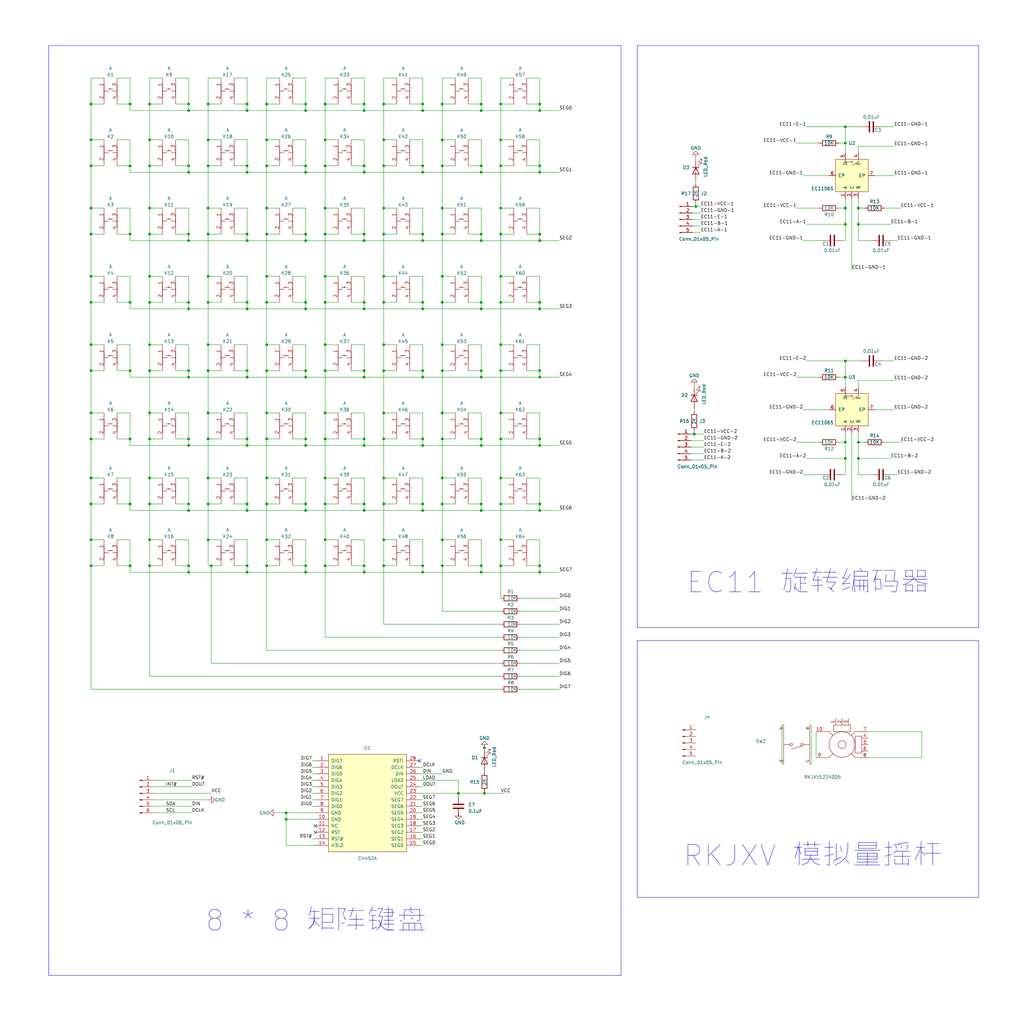
<source format=kicad_sch>
(kicad_sch (version 20230121) (generator eeschema)
  (paper "User" 399.999 399.999)
  (title_block (title "UINIO-Keyboard") (date "2023-05-18") (rev "Version 1.0.0") (company "电子技术博客 UinIO.com"))
  (lib_symbols
    (symbol "Connector:Conn_01x05_Pin" (pin_names (offset 1.016) hide)
      (property "Reference" "J" (at 0 7.62 0))
      (property "Value" "Conn_01x05_Pin" (at 0 -7.62 0))
      (symbol "Conn_01x05_Pin_1_1"
        (pin passive line (at 5.08 5.08 180) (length 3.81) (name "Pin_1") (number "1"))
        (pin passive line (at 5.08 2.54 180) (length 3.81) (name "Pin_2") (number "2"))
        (pin passive line (at 5.08 0 180) (length 3.81) (name "Pin_3") (number "3"))
        (pin passive line (at 5.08 -2.54 180) (length 3.81) (name "Pin_4") (number "4"))
        (pin passive line (at 5.08 -5.08 180) (length 3.81) (name "Pin_5") (number "5"))
      )
    )
    (symbol "Connector:Conn_01x06_Pin" (pin_names (offset 1.016) hide)
      (property "Reference" "J" (at 0 7.62 0))
      (property "Value" "Conn_01x06_Pin" (at 0 -10.16 0))
      (symbol "Conn_01x06_Pin_1_1"
        (pin passive line (at 5.08 5.08 180) (length 3.81) (name "Pin_1") (number "1"))
        (pin passive line (at 5.08 2.54 180) (length 3.81) (name "Pin_2") (number "2"))
        (pin passive line (at 5.08 0 180) (length 3.81) (name "Pin_3") (number "3"))
        (pin passive line (at 5.08 -2.54 180) (length 3.81) (name "Pin_4") (number "4"))
        (pin passive line (at 5.08 -5.08 180) (length 3.81) (name "Pin_5") (number "5"))
        (pin passive line (at 5.08 -7.62 180) (length 3.81) (name "Pin_6") (number "6"))
      )
    )
    (symbol "Device:C" (pin_numbers hide) (pin_names (offset 0.254))
      (property "Reference" "C" (at 0.635 2.54 0))
      (property "Value" "C" (at 0.635 -2.54 0))
      (symbol "C_1_1"
        (pin passive line (at 0 3.81 270) (length 2.794) (name "~") (number "1"))
        (pin passive line (at 0 -3.81 90) (length 2.794) (name "~") (number "2"))
      )
    )
    (symbol "Device:LED" (pin_numbers hide) (pin_names (offset 1.016) hide)
      (property "Reference" "D" (at 0 2.54 0))
      (property "Value" "LED" (at 0 -2.54 0))
      (symbol "LED_1_1"
        (pin passive line (at -3.81 0 0) (length 2.54) (name "K") (number "1"))
        (pin passive line (at 3.81 0 180) (length 2.54) (name "A") (number "2"))
      )
    )
    (symbol "Device:R" (pin_numbers hide) (pin_names (offset 0))
      (property "Reference" "R" (at 2.032 0 90))
      (property "Value" "R" (at 0 0 90))
      (symbol "R_1_1"
        (pin passive line (at 0 3.81 270) (length 1.27) (name "~") (number "1"))
        (pin passive line (at 0 -3.81 90) (length 1.27) (name "~") (number "2"))
      )
    )
    (symbol "Uinio:CH452A" (pin_names (offset 1.016))
      (property "Reference" "U" (at 0 21.6662 0))
      (property "Value" "CH452A" (at 0 26.7462 0))
      (symbol "CH452A_1_1"
        (pin input line (at -20.32 16.51 0) (length 5.08) (name "DIG7") (number "1"))
        (pin input line (at -20.32 -6.35 0) (length 5.08) (name "GND") (number "10"))
        (pin input line (at -20.32 -8.89 0) (length 5.08) (name "NC") (number "11"))
        (pin input line (at -20.32 -11.43 0) (length 5.08) (name "RST") (number "12"))
        (pin input line (at -20.32 -13.97 0) (length 5.08) (name "RST#") (number "13"))
        (pin input line (at -20.32 -16.51 0) (length 5.08) (name "H3L2") (number "14"))
        (pin input line (at 20.32 -16.51 180) (length 5.08) (name "SEG0") (number "15"))
        (pin input line (at 20.32 -13.97 180) (length 5.08) (name "SEG1") (number "16"))
        (pin input line (at 20.32 -11.43 180) (length 5.08) (name "SEG2") (number "17"))
        (pin input line (at 20.32 -8.89 180) (length 5.08) (name "SEG3") (number "18"))
        (pin input line (at 20.32 -6.35 180) (length 5.08) (name "SEG4") (number "19"))
        (pin input line (at -20.32 13.97 0) (length 5.08) (name "DIG6") (number "2"))
        (pin input line (at 20.32 -3.81 180) (length 5.08) (name "SEG5") (number "20"))
        (pin input line (at 20.32 -1.27 180) (length 5.08) (name "SEG6") (number "21"))
        (pin input line (at 20.32 1.27 180) (length 5.08) (name "SEG7") (number "22"))
        (pin input line (at 20.32 3.81 180) (length 5.08) (name "VCC") (number "23"))
        (pin input line (at 20.32 6.35 180) (length 5.08) (name "DOUT") (number "24"))
        (pin input line (at 20.32 8.89 180) (length 5.08) (name "LOAD") (number "25"))
        (pin input line (at 20.32 11.43 180) (length 5.08) (name "DIN") (number "26"))
        (pin input line (at 20.32 13.97 180) (length 5.08) (name "DCLK") (number "27"))
        (pin input line (at 20.32 16.51 180) (length 5.08) (name "RSTI") (number "28"))
        (pin input line (at -20.32 11.43 0) (length 5.08) (name "DIG5") (number "3"))
        (pin input line (at -20.32 8.89 0) (length 5.08) (name "DIG4") (number "4"))
        (pin input line (at -20.32 6.35 0) (length 5.08) (name "DIG3") (number "5"))
        (pin input line (at -20.32 3.81 0) (length 5.08) (name "DIG2") (number "6"))
        (pin input line (at -20.32 1.27 0) (length 5.08) (name "DIG1") (number "7"))
        (pin input line (at -20.32 -1.27 0) (length 5.08) (name "DIG0") (number "8"))
        (pin input line (at -20.32 -3.81 0) (length 5.08) (name "GND") (number "9"))
      )
    )
    (symbol "Uinio:EC1106S" (pin_names (offset 1.016))
      (property "Reference" "U" (at 0 11.7094 0))
      (property "Value" "EC1106S" (at 0 13.97 0))
      (symbol "EC1106S_1_1"
        (pin input line (at -2.54 -8.89 90) (length 2.54) (name "A") (number "1"))
        (pin input line (at 0 -8.89 90) (length 2.54) (name "C") (number "2"))
        (pin input line (at 2.54 -8.89 90) (length 2.54) (name "B") (number "3"))
        (pin input line (at 2.54 8.89 270) (length 2.54) (name "E") (number "4"))
        (pin input line (at -2.54 8.89 270) (length 2.54) (name "D") (number "5"))
        (pin input line (at -8.89 0 0) (length 2.54) (name "EP") (number "6"))
        (pin input line (at 8.89 0 180) (length 2.54) (name "EP") (number "7"))
      )
    )
    (symbol "Uinio:Key_YTS_A016S_1" (pin_names (offset 1.016) hide)
      (property "Reference" "K" (at 0 7.6962 0))
      (property "Value" "Key_YTS_A016S_1" (at 0 12.7762 0))
      (symbol "Key_YTS_A016S_1_1_1"
        (pin input line (at -5.08 2.54 0) (length 5.08) (name "1") (number "1"))
        (pin input line (at 5.08 2.54 180) (length 5.08) (name "2") (number "2"))
        (pin input line (at -5.08 -2.54 0) (length 5.08) (name "3") (number "3"))
        (pin input line (at 5.08 -2.54 180) (length 5.08) (name "4") (number "4"))
      )
    )
    (symbol "Uinio:RKJXV1224005" (pin_names (offset 1.016) hide)
      (property "Reference" "SW" (at 0 19.558 0))
      (property "Value" "RKJXV1224005" (at 0 24.638 0))
      (symbol "RKJXV1224005_1_1"
        (pin input line (at -8.89 3.81 0) (length 2.54) (name "B") (number "1"))
        (pin input line (at -3.81 -3.81 90) (length 2.54) (name "GND") (number "10"))
        (pin input line (at -8.89 6.35 0) (length 2.54) (name "DTA") (number "2"))
        (pin input line (at -8.89 8.89 0) (length 2.54) (name "A") (number "3"))
        (pin input line (at -1.27 16.51 270) (length 2.54) (name "A") (number "4"))
        (pin input line (at 1.27 16.51 270) (length 2.54) (name "DTA") (number "5"))
        (pin input line (at 3.81 16.51 270) (length 2.54) (name "B") (number "6"))
        (pin input line (at -3.81 16.51 270) (length 2.54) (name "GND") (number "7"))
        (pin input line (at 6.35 16.51 270) (length 2.54) (name "GND") (number "8"))
        (pin input line (at 6.35 -3.81 90) (length 2.54) (name "GND") (number "9"))
        (pin input line (at -6.35 -6.35 0) (length 2.54) (name "a") (number "a"))
        (pin input line (at -6.35 -16.51 0) (length 2.54) (name "b") (number "b"))
        (pin input line (at 8.89 -6.35 180) (length 2.54) (name "c") (number "c"))
        (pin input line (at 8.89 -16.51 180) (length 2.54) (name "d") (number "d"))
      )
    )
    (symbol "power:GND" (power) (pin_names (offset 0))
      (property "Value" "GND" (at 0 -3.81 0))
      (symbol "GND_1_1"
        (pin power_in line (at 0 0 270) (length 0) hide (name "GND") (number "1"))
      )
    )
  )
  (junction (at 172.72 144.78))
  (junction (at 73.66 120.65))
  (junction (at 81.28 118.11))
  (junction (at 187.96 196.85))
  (junction (at 73.66 223.52))
  (junction (at 81.28 161.29))
  (junction (at 165.1 199.39))
  (junction (at 96.52 220.98))
  (junction (at 187.96 120.65))
  (junction (at 111.76 320.04))
  (junction (at 127 186.69))
  (junction (at 142.24 91.44))
  (junction (at 73.66 173.99))
  (junction (at 127 91.44))
  (junction (at 50.8 220.98))
  (junction (at 127 171.45))
  (junction (at 96.52 171.45))
  (junction (at 142.24 93.98))
  (junction (at 73.66 67.31))
  (junction (at 81.28 81.28))
  (junction (at 172.72 91.44))
  (junction (at 81.28 210.82))
  (junction (at 187.96 64.77))
  (junction (at 35.56 186.69))
  (junction (at 73.66 196.85))
  (junction (at 58.42 40.64))
  (junction (at 335.28 81.28))
  (junction (at 142.24 147.32))
  (junction (at 172.72 64.77))
  (junction (at 104.14 64.77))
  (junction (at 73.66 91.44))
  (junction (at 165.1 67.31))
  (junction (at 142.24 64.77))
  (junction (at 119.38 147.32))
  (junction (at 179.07 309.88))
  (junction (at 104.14 134.62))
  (junction (at 172.72 196.85))
  (junction (at 58.42 91.44))
  (junction (at 58.42 54.61))
  (junction (at 50.8 40.64))
  (junction (at 189.23 309.88))
  (junction (at 149.86 40.64))
  (junction (at 111.76 317.5))
  (junction (at 50.8 196.85))
  (junction (at 165.1 144.78))
  (junction (at 189.23 292.1))
  (junction (at 127 210.82))
  (junction (at 335.28 179.07))
  (junction (at 119.38 223.52))
  (junction (at 35.56 91.44))
  (junction (at 210.82 91.44))
  (junction (at 187.96 173.99))
  (junction (at 330.2 147.32))
  (junction (at 210.82 120.65))
  (junction (at 81.28 171.45))
  (junction (at 119.38 171.45))
  (junction (at 149.86 91.44))
  (junction (at 195.58 186.69))
  (junction (at 104.14 118.11))
  (junction (at 271.78 80.645))
  (junction (at 104.14 91.44))
  (junction (at 35.56 118.11))
  (junction (at 35.56 144.78))
  (junction (at 127 54.61))
  (junction (at 165.1 120.65))
  (junction (at 335.28 172.72))
  (junction (at 142.24 199.39))
  (junction (at 210.82 173.99))
  (junction (at 187.96 93.98))
  (junction (at 172.72 118.11))
  (junction (at 127 134.62))
  (junction (at 165.1 93.98))
  (junction (at 73.66 220.98))
  (junction (at 119.38 120.65))
  (junction (at 50.8 171.45))
  (junction (at 195.58 91.44))
  (junction (at 35.56 40.64))
  (junction (at 142.24 196.85))
  (junction (at 127 81.28))
  (junction (at 149.86 107.95))
  (junction (at 172.72 171.45))
  (junction (at 119.38 43.18))
  (junction (at 187.96 40.64))
  (junction (at 149.86 64.77))
  (junction (at 142.24 118.11))
  (junction (at 187.96 144.78))
  (junction (at 172.72 186.69))
  (junction (at 127 196.85))
  (junction (at 35.56 220.98))
  (junction (at 210.82 144.78))
  (junction (at 127 118.11))
  (junction (at 96.52 43.18))
  (junction (at 165.1 220.98))
  (junction (at 210.82 118.11))
  (junction (at 195.58 107.95))
  (junction (at 165.1 118.11))
  (junction (at 195.58 196.85))
  (junction (at 96.52 91.44))
  (junction (at 165.1 40.64))
  (junction (at 104.14 161.29))
  (junction (at 195.58 81.28))
  (junction (at 58.42 144.78))
  (junction (at 81.28 91.44))
  (junction (at 35.56 64.77))
  (junction (at 58.42 81.28))
  (junction (at 96.52 40.64))
  (junction (at 73.66 93.98))
  (junction (at 142.24 171.45))
  (junction (at 96.52 199.39))
  (junction (at 96.52 120.65))
  (junction (at 210.82 43.18))
  (junction (at 104.14 171.45))
  (junction (at 119.38 118.11))
  (junction (at 165.1 196.85))
  (junction (at 142.24 220.98))
  (junction (at 104.14 40.64))
  (junction (at 330.2 55.88))
  (junction (at 330.2 87.63))
  (junction (at 119.38 144.78))
  (junction (at 149.86 118.11))
  (junction (at 195.58 118.11))
  (junction (at 35.56 81.28))
  (junction (at 119.38 91.44))
  (junction (at 271.145 169.545))
  (junction (at 104.14 81.28))
  (junction (at 73.66 40.64))
  (junction (at 149.86 196.85))
  (junction (at 104.14 196.85))
  (junction (at 195.58 161.29))
  (junction (at 210.82 220.98))
  (junction (at 35.56 210.82))
  (junction (at 172.72 54.61))
  (junction (at 142.24 120.65))
  (junction (at 330.2 81.28))
  (junction (at 165.1 223.52))
  (junction (at 81.28 144.78))
  (junction (at 104.14 144.78))
  (junction (at 127 64.77))
  (junction (at 149.86 161.29))
  (junction (at 81.28 134.62))
  (junction (at 210.82 93.98))
  (junction (at 210.82 147.32))
  (junction (at 73.66 199.39))
  (junction (at 149.86 144.78))
  (junction (at 330.2 179.07))
  (junction (at 172.72 81.28))
  (junction (at 195.58 144.78))
  (junction (at 149.86 210.82))
  (junction (at 142.24 67.31))
  (junction (at 73.66 147.32))
  (junction (at 149.86 171.45))
  (junction (at 96.52 118.11))
  (junction (at 149.86 186.69))
  (junction (at 187.96 199.39))
  (junction (at 81.28 186.69))
  (junction (at 119.38 93.98))
  (junction (at 58.42 220.98))
  (junction (at 127 40.64))
  (junction (at 335.28 87.63))
  (junction (at 58.42 134.62))
  (junction (at 195.58 64.77))
  (junction (at 119.38 67.31))
  (junction (at 187.96 118.11))
  (junction (at 210.82 223.52))
  (junction (at 50.8 64.77))
  (junction (at 195.58 210.82))
  (junction (at 195.58 54.61))
  (junction (at 149.86 54.61))
  (junction (at 58.42 186.69))
  (junction (at 165.1 173.99))
  (junction (at 330.2 140.97))
  (junction (at 81.28 196.85))
  (junction (at 142.24 144.78))
  (junction (at 127 107.95))
  (junction (at 96.52 67.31))
  (junction (at 195.58 171.45))
  (junction (at 82.55 220.98))
  (junction (at 58.42 196.85))
  (junction (at 187.96 147.32))
  (junction (at 127 220.98))
  (junction (at 210.82 67.31))
  (junction (at 73.66 43.18))
  (junction (at 210.82 40.64))
  (junction (at 96.52 173.99))
  (junction (at 96.52 144.78))
  (junction (at 96.52 64.77))
  (junction (at 81.28 40.64))
  (junction (at 172.72 210.82))
  (junction (at 187.96 220.98))
  (junction (at 187.96 91.44))
  (junction (at 187.96 67.31))
  (junction (at 119.38 196.85))
  (junction (at 127 144.78))
  (junction (at 96.52 147.32))
  (junction (at 172.72 220.98))
  (junction (at 330.2 172.72))
  (junction (at 127 161.29))
  (junction (at 58.42 171.45))
  (junction (at 149.86 134.62))
  (junction (at 172.72 161.29))
  (junction (at 81.28 107.95))
  (junction (at 35.56 196.85))
  (junction (at 50.8 118.11))
  (junction (at 50.8 91.44))
  (junction (at 142.24 173.99))
  (junction (at 172.72 107.95))
  (junction (at 35.56 54.61))
  (junction (at 172.72 134.62))
  (junction (at 210.82 199.39))
  (junction (at 104.14 107.95))
  (junction (at 149.86 81.28))
  (junction (at 119.38 40.64))
  (junction (at 35.56 161.29))
  (junction (at 81.28 64.77))
  (junction (at 104.14 54.61))
  (junction (at 142.24 40.64))
  (junction (at 58.42 210.82))
  (junction (at 165.1 171.45))
  (junction (at 81.28 54.61))
  (junction (at 96.52 93.98))
  (junction (at 195.58 134.62))
  (junction (at 35.56 107.95))
  (junction (at 210.82 64.77))
  (junction (at 210.82 196.85))
  (junction (at 119.38 173.99))
  (junction (at 195.58 220.98))
  (junction (at 187.96 171.45))
  (junction (at 165.1 147.32))
  (junction (at 195.58 40.64))
  (junction (at 96.52 196.85))
  (junction (at 73.66 118.11))
  (junction (at 73.66 64.77))
  (junction (at 119.38 199.39))
  (junction (at 119.38 64.77))
  (junction (at 35.56 171.45))
  (junction (at 165.1 64.77))
  (junction (at 149.86 220.98))
  (junction (at 58.42 118.11))
  (junction (at 58.42 161.29))
  (junction (at 165.1 91.44))
  (junction (at 104.14 220.98))
  (junction (at 96.52 223.52))
  (junction (at 73.66 171.45))
  (junction (at 172.72 40.64))
  (junction (at 187.96 43.18))
  (junction (at 330.2 49.53))
  (junction (at 73.66 144.78))
  (junction (at 58.42 107.95))
  (junction (at 210.82 171.45))
  (junction (at 142.24 223.52))
  (junction (at 104.14 210.82))
  (junction (at 187.96 223.52))
  (junction (at 35.56 134.62))
  (junction (at 104.14 186.69))
  (junction (at 142.24 43.18))
  (junction (at 119.38 220.98))
  (junction (at 58.42 64.77))
  (junction (at 165.1 43.18))
  (junction (at 50.8 144.78))
  (no_connect (at 123.19 322.58))
  (no_connect (at 123.19 325.12))
  (no_connect (at 163.83 297.18))
  (wire (pts (xy 335.28 93.98) (xy 340.36 93.98)))
  (wire (pts (xy 40.64 196.85) (xy 35.56 196.85)))
  (wire (pts (xy 40.64 161.29) (xy 35.56 161.29)))
  (wire (pts (xy 142.24 81.28) (xy 142.24 91.44)))
  (wire (pts (xy 154.94 186.69) (xy 149.86 186.69)))
  (wire (pts (xy 163.83 302.26) (xy 172.72 302.26)))
  (wire (pts (xy 40.64 64.77) (xy 35.56 64.77)))
  (wire (pts (xy 210.82 40.64) (xy 210.82 43.18)))
  (wire (pts (xy 330.2 147.32) (xy 330.2 151.13)))
  (wire (pts (xy 104.14 91.44) (xy 104.14 107.95)))
  (wire (pts (xy 81.28 30.48) (xy 81.28 40.64)))
  (wire (pts (xy 165.1 199.39) (xy 187.96 199.39)))
  (wire (pts (xy 271.78 70.485) (xy 271.78 71.755)))
  (wire (pts (xy 132.08 91.44) (xy 127 91.44)))
  (wire (pts (xy 142.24 93.98) (xy 119.38 93.98)))
  (wire (pts (xy 210.82 199.39) (xy 187.96 199.39)))
  (wire (pts (xy 58.42 54.61) (xy 58.42 64.77)))
  (wire (pts (xy 195.58 196.85) (xy 195.58 210.82)))
  (wire (pts (xy 63.5 91.44) (xy 58.42 91.44)))
  (wire (pts (xy 330.2 140.97) (xy 314.96 140.97)))
  (wire (pts (xy 121.92 327.66) (xy 123.19 327.66)))
  (wire (pts (xy 58.42 144.78) (xy 58.42 161.29)))
  (wire (pts (xy 127 81.28) (xy 127 91.44)))
  (wire (pts (xy 172.72 107.95) (xy 172.72 118.11)))
  (wire (pts (xy 132.08 81.28) (xy 127 81.28)))
  (wire (pts (xy 58.42 196.85) (xy 58.42 210.82)))
  (wire (pts (xy 187.96 223.52) (xy 165.1 223.52)))
  (wire (pts (xy 149.86 107.95) (xy 149.86 118.11)))
  (wire (pts (xy 50.8 144.78) (xy 50.8 147.32)))
  (wire (pts (xy 142.24 118.11) (xy 137.16 118.11)))
  (wire (pts (xy 210.82 223.52) (xy 187.96 223.52)))
  (wire (pts (xy 154.94 144.78) (xy 149.86 144.78)))
  (wire (pts (xy 119.38 118.11) (xy 119.38 120.65)))
  (wire (pts (xy 73.66 220.98) (xy 68.58 220.98)))
  (wire (pts (xy 119.38 220.98) (xy 119.38 223.52)))
  (wire (pts (xy 182.88 81.28) (xy 187.96 81.28)))
  (wire (pts (xy 160.02 54.61) (xy 165.1 54.61)))
  (wire (pts (xy 160.02 210.82) (xy 165.1 210.82)))
  (wire (pts (xy 195.58 161.29) (xy 195.58 171.45)))
  (wire (pts (xy 187.96 147.32) (xy 210.82 147.32)))
  (wire (pts (xy 91.44 210.82) (xy 96.52 210.82)))
  (wire (pts (xy 160.02 30.48) (xy 165.1 30.48)))
  (wire (pts (xy 330.2 147.32) (xy 327.66 147.32)))
  (wire (pts (xy 165.1 91.44) (xy 160.02 91.44)))
  (wire (pts (xy 210.82 171.45) (xy 210.82 173.99)))
  (wire (pts (xy 96.52 91.44) (xy 96.52 93.98)))
  (wire (pts (xy 81.28 144.78) (xy 81.28 161.29)))
  (wire (pts (xy 187.96 220.98) (xy 182.88 220.98)))
  (wire (pts (xy 177.8 30.48) (xy 172.72 30.48)))
  (wire (pts (xy 73.66 118.11) (xy 68.58 118.11)))
  (wire (pts (xy 86.36 40.64) (xy 81.28 40.64)))
  (wire (pts (xy 335.28 148.59) (xy 335.28 151.13)))
  (wire (pts (xy 200.66 54.61) (xy 195.58 54.61)))
  (wire (pts (xy 58.42 134.62) (xy 58.42 144.78)))
  (wire (pts (xy 165.1 223.52) (xy 142.24 223.52)))
  (wire (pts (xy 127 134.62) (xy 127 144.78)))
  (wire (pts (xy 58.42 186.69) (xy 58.42 196.85)))
  (wire (pts (xy 132.08 107.95) (xy 127 107.95)))
  (wire (pts (xy 218.44 93.98) (xy 210.82 93.98)))
  (wire (pts (xy 149.86 91.44) (xy 149.86 107.95)))
  (wire (pts (xy 68.58 186.69) (xy 73.66 186.69)))
  (wire (pts (xy 142.24 40.64) (xy 142.24 43.18)))
  (polyline (pts (xy 242.57 86.36) (xy 242.57 86.36)))
  (wire (pts (xy 45.72 186.69) (xy 50.8 186.69)))
  (wire (pts (xy 195.58 54.61) (xy 195.58 64.77)))
  (wire (pts (xy 81.28 107.95) (xy 81.28 118.11)))
  (wire (pts (xy 86.36 64.77) (xy 81.28 64.77)))
  (wire (pts (xy 210.82 144.78) (xy 210.82 147.32)))
  (wire (pts (xy 73.66 67.31) (xy 50.8 67.31)))
  (wire (pts (xy 50.8 64.77) (xy 50.8 67.31)))
  (polyline (pts (xy 248.92 17.78) (xy 382.27 17.78)))
  (wire (pts (xy 305.435 283.21) (xy 305.435 298.45)))
  (wire (pts (xy 58.42 64.77) (xy 58.42 81.28)))
  (wire (pts (xy 50.8 81.28) (xy 50.8 91.44)))
  (wire (pts (xy 73.66 144.78) (xy 73.66 147.32)))
  (wire (pts (xy 269.875 172.085) (xy 274.955 172.085)))
  (wire (pts (xy 45.72 54.61) (xy 50.8 54.61)))
  (wire (pts (xy 210.82 196.85) (xy 210.82 199.39)))
  (wire (pts (xy 200.66 81.28) (xy 195.58 81.28)))
  (wire (pts (xy 96.52 171.45) (xy 96.52 173.99)))
  (wire (pts (xy 73.66 147.32) (xy 96.52 147.32)))
  (wire (pts (xy 50.8 147.32) (xy 73.66 147.32)))
  (wire (pts (xy 96.52 210.82) (xy 96.52 220.98)))
  (wire (pts (xy 218.44 120.65) (xy 210.82 120.65)))
  (wire (pts (xy 119.38 199.39) (xy 142.24 199.39)))
  (wire (pts (xy 63.5 144.78) (xy 58.42 144.78)))
  (wire (pts (xy 205.74 210.82) (xy 210.82 210.82)))
  (wire (pts (xy 127 210.82) (xy 127 220.98)))
  (wire (pts (xy 165.1 210.82) (xy 165.1 220.98)))
  (wire (pts (xy 210.82 118.11) (xy 210.82 120.65)))
  (wire (pts (xy 218.44 248.92) (xy 203.2 248.92)))
  (wire (pts (xy 121.92 302.26) (xy 123.19 302.26)))
  (wire (pts (xy 165.1 171.45) (xy 160.02 171.45)))
  (wire (pts (xy 187.96 134.62) (xy 187.96 144.78)))
  (wire (pts (xy 177.8 118.11) (xy 172.72 118.11)))
  (wire (pts (xy 96.52 186.69) (xy 96.52 196.85)))
  (wire (pts (xy 320.04 81.28) (xy 311.15 81.28)))
  (wire (pts (xy 96.52 118.11) (xy 96.52 120.65)))
  (polyline (pts (xy 19.05 17.78) (xy 19.05 381)))
  (wire (pts (xy 142.24 40.64) (xy 137.16 40.64)))
  (wire (pts (xy 127 54.61) (xy 127 64.77)))
  (wire (pts (xy 172.72 134.62) (xy 172.72 144.78)))
  (wire (pts (xy 195.58 220.98) (xy 195.58 233.68)))
  (wire (pts (xy 35.56 118.11) (xy 35.56 134.62)))
  (wire (pts (xy 172.72 171.45) (xy 172.72 186.69)))
  (wire (pts (xy 347.98 87.63) (xy 335.28 87.63)))
  (wire (pts (xy 142.24 64.77) (xy 142.24 67.31)))
  (wire (pts (xy 271.78 80.645) (xy 273.685 80.645)))
  (wire (pts (xy 35.56 171.45) (xy 35.56 186.69)))
  (wire (pts (xy 149.86 161.29) (xy 149.86 171.45)))
  (wire (pts (xy 111.76 320.04) (xy 123.19 320.04)))
  (wire (pts (xy 187.96 144.78) (xy 182.88 144.78)))
  (wire (pts (xy 142.24 186.69) (xy 142.24 196.85)))
  (wire (pts (xy 119.38 134.62) (xy 119.38 144.78)))
  (wire (pts (xy 91.44 134.62) (xy 96.52 134.62)))
  (wire (pts (xy 119.38 91.44) (xy 119.38 93.98)))
  (wire (pts (xy 165.1 312.42) (xy 163.83 312.42)))
  (wire (pts (xy 341.63 160.02) (xy 349.25 160.02)))
  (wire (pts (xy 335.28 179.07) (xy 335.28 185.42)))
  (wire (pts (xy 81.28 81.28) (xy 81.28 91.44)))
  (wire (pts (xy 330.2 140.97) (xy 330.2 147.32)))
  (wire (pts (xy 104.14 210.82) (xy 104.14 220.98)))
  (wire (pts (xy 109.22 171.45) (xy 104.14 171.45)))
  (wire (pts (xy 91.44 186.69) (xy 96.52 186.69)))
  (wire (pts (xy 45.72 30.48) (xy 50.8 30.48)))
  (wire (pts (xy 154.94 81.28) (xy 149.86 81.28)))
  (wire (pts (xy 119.38 81.28) (xy 119.38 91.44)))
  (wire (pts (xy 165.1 173.99) (xy 142.24 173.99)))
  (wire (pts (xy 109.22 64.77) (xy 104.14 64.77)))
  (wire (pts (xy 177.8 196.85) (xy 172.72 196.85)))
  (wire (pts (xy 154.94 134.62) (xy 149.86 134.62)))
  (wire (pts (xy 271.145 168.275) (xy 271.145 169.545)))
  (wire (pts (xy 165.1 64.77) (xy 160.02 64.77)))
  (wire (pts (xy 73.66 118.11) (xy 73.66 120.65)))
  (wire (pts (xy 68.58 161.29) (xy 73.66 161.29)))
  (wire (pts (xy 330.2 168.91) (xy 330.2 172.72)))
  (wire (pts (xy 210.82 91.44) (xy 205.74 91.44)))
  (wire (pts (xy 142.24 171.45) (xy 137.16 171.45)))
  (wire (pts (xy 137.16 54.61) (xy 142.24 54.61)))
  (wire (pts (xy 313.69 93.98) (xy 321.31 93.98)))
  (wire (pts (xy 189.23 309.245) (xy 189.23 309.88)))
  (wire (pts (xy 165.1 107.95) (xy 165.1 118.11)))
  (wire (pts (xy 177.8 186.69) (xy 172.72 186.69)))
  (wire (pts (xy 45.72 134.62) (xy 50.8 134.62)))
  (wire (pts (xy 73.66 40.64) (xy 68.58 40.64)))
  (wire (pts (xy 86.36 81.28) (xy 81.28 81.28)))
  (wire (pts (xy 96.52 144.78) (xy 91.44 144.78)))
  (wire (pts (xy 271.78 61.595) (xy 271.78 62.865)))
  (wire (pts (xy 314.96 179.07) (xy 330.2 179.07)))
  (wire (pts (xy 154.94 210.82) (xy 149.86 210.82)))
  (wire (pts (xy 349.25 140.97) (xy 344.17 140.97)))
  (wire (pts (xy 149.86 171.45) (xy 149.86 186.69)))
  (wire (pts (xy 330.2 55.88) (xy 327.66 55.88)))
  (wire (pts (xy 195.58 264.16) (xy 58.42 264.16)))
  (wire (pts (xy 172.72 220.98) (xy 172.72 238.76)))
  (wire (pts (xy 50.8 144.78) (xy 45.72 144.78)))
  (wire (pts (xy 187.96 196.85) (xy 187.96 199.39)))
  (wire (pts (xy 149.86 30.48) (xy 149.86 40.64)))
  (wire (pts (xy 335.28 172.72) (xy 337.82 172.72)))
  (wire (pts (xy 200.66 186.69) (xy 195.58 186.69)))
  (wire (pts (xy 96.52 196.85) (xy 96.52 199.39)))
  (wire (pts (xy 119.38 210.82) (xy 119.38 220.98)))
  (wire (pts (xy 149.86 81.28) (xy 149.86 91.44)))
  (wire (pts (xy 63.5 134.62) (xy 58.42 134.62)))
  (wire (pts (xy 96.52 91.44) (xy 91.44 91.44)))
  (wire (pts (xy 189.23 300.99) (xy 189.23 301.625)))
  (wire (pts (xy 154.94 30.48) (xy 149.86 30.48)))
  (wire (pts (xy 210.82 171.45) (xy 205.74 171.45)))
  (wire (pts (xy 187.96 67.31) (xy 165.1 67.31)))
  (wire (pts (xy 127 144.78) (xy 127 161.29)))
  (wire (pts (xy 210.82 220.98) (xy 210.82 223.52)))
  (wire (pts (xy 96.52 220.98) (xy 96.52 223.52)))
  (wire (pts (xy 119.38 54.61) (xy 119.38 64.77)))
  (wire (pts (xy 165.1 64.77) (xy 165.1 67.31)))
  (wire (pts (xy 142.24 107.95) (xy 142.24 118.11)))
  (wire (pts (xy 200.66 210.82) (xy 195.58 210.82)))
  (wire (pts (xy 195.58 238.76) (xy 172.72 238.76)))
  (wire (pts (xy 335.28 168.91) (xy 335.28 172.72)))
  (wire (pts (xy 35.56 144.78) (xy 35.56 161.29)))
  (wire (pts (xy 332.74 168.91) (xy 332.74 195.58)))
  (wire (pts (xy 73.66 171.45) (xy 68.58 171.45)))
  (wire (pts (xy 35.56 220.98) (xy 35.56 269.24)))
  (wire (pts (xy 189.23 309.88) (xy 179.07 309.88)))
  (wire (pts (xy 73.66 54.61) (xy 73.66 64.77)))
  (wire (pts (xy 73.66 30.48) (xy 73.66 40.64)))
  (wire (pts (xy 270.51 83.185) (xy 273.685 83.185)))
  (wire (pts (xy 187.96 54.61) (xy 187.96 64.77)))
  (wire (pts (xy 59.69 312.42) (xy 81.28 312.42)))
  (wire (pts (xy 119.38 196.85) (xy 114.3 196.85)))
  (wire (pts (xy 109.22 220.98) (xy 104.14 220.98)))
  (wire (pts (xy 218.44 254) (xy 203.2 254)))
  (wire (pts (xy 73.66 171.45) (xy 73.66 173.99)))
  (wire (pts (xy 104.14 134.62) (xy 104.14 144.78)))
  (wire (pts (xy 210.82 147.32) (xy 218.44 147.32)))
  (wire (pts (xy 127 161.29) (xy 127 171.45)))
  (wire (pts (xy 59.69 317.5) (xy 74.93 317.5)))
  (wire (pts (xy 142.24 30.48) (xy 142.24 40.64)))
  (wire (pts (xy 109.22 196.85) (xy 104.14 196.85)))
  (wire (pts (xy 335.28 77.47) (xy 335.28 81.28)))
  (wire (pts (xy 132.08 64.77) (xy 127 64.77)))
  (wire (pts (xy 177.8 161.29) (xy 172.72 161.29)))
  (wire (pts (xy 218.44 43.18) (xy 210.82 43.18)))
  (wire (pts (xy 187.96 30.48) (xy 187.96 40.64)))
  (wire (pts (xy 165.1 134.62) (xy 165.1 144.78)))
  (wire (pts (xy 121.92 304.8) (xy 123.19 304.8)))
  (wire (pts (xy 40.64 118.11) (xy 35.56 118.11)))
  (wire (pts (xy 335.28 57.15) (xy 335.28 59.69)))
  (wire (pts (xy 187.96 161.29) (xy 187.96 171.45)))
  (wire (pts (xy 187.96 91.44) (xy 182.88 91.44)))
  (wire (pts (xy 205.74 161.29) (xy 210.82 161.29)))
  (wire (pts (xy 50.8 210.82) (xy 50.8 220.98)))
  (wire (pts (xy 40.64 91.44) (xy 35.56 91.44)))
  (wire (pts (xy 73.66 223.52) (xy 50.8 223.52)))
  (wire (pts (xy 96.52 118.11) (xy 91.44 118.11)))
  (wire (pts (xy 177.8 54.61) (xy 172.72 54.61)))
  (wire (pts (xy 316.23 298.45) (xy 316.865 298.45)))
  (wire (pts (xy 86.36 118.11) (xy 81.28 118.11)))
  (wire (pts (xy 210.82 67.31) (xy 187.96 67.31)))
  (wire (pts (xy 335.28 81.28) (xy 337.82 81.28)))
  (wire (pts (xy 50.8 196.85) (xy 50.8 199.39)))
  (wire (pts (xy 58.42 30.48) (xy 58.42 40.64)))
  (wire (pts (xy 187.96 118.11) (xy 182.88 118.11)))
  (wire (pts (xy 114.3 107.95) (xy 119.38 107.95)))
  (wire (pts (xy 165.1 317.5) (xy 163.83 317.5)))
  (wire (pts (xy 96.52 107.95) (xy 96.52 118.11)))
  (wire (pts (xy 187.96 210.82) (xy 187.96 220.98)))
  (wire (pts (xy 73.66 91.44) (xy 68.58 91.44)))
  (wire (pts (xy 205.74 107.95) (xy 210.82 107.95)))
  (wire (pts (xy 318.77 285.75) (xy 318.77 295.91)))
  (wire (pts (xy 132.08 144.78) (xy 127 144.78)))
  (wire (pts (xy 336.55 140.97) (xy 330.2 140.97)))
  (wire (pts (xy 182.88 186.69) (xy 187.96 186.69)))
  (wire (pts (xy 63.5 81.28) (xy 58.42 81.28)))
  (wire (pts (xy 142.24 144.78) (xy 137.16 144.78)))
  (wire (pts (xy 109.22 210.82) (xy 104.14 210.82)))
  (wire (pts (xy 104.14 220.98) (xy 104.14 254)))
  (wire (pts (xy 132.08 196.85) (xy 127 196.85)))
  (wire (pts (xy 335.28 81.28) (xy 335.28 87.63)))
  (wire (pts (xy 200.66 171.45) (xy 195.58 171.45)))
  (wire (pts (xy 200.66 64.77) (xy 195.58 64.77)))
  (wire (pts (xy 270.51 85.725) (xy 273.685 85.725)))
  (wire (pts (xy 182.88 54.61) (xy 187.96 54.61)))
  (wire (pts (xy 182.88 161.29) (xy 187.96 161.29)))
  (wire (pts (xy 165.1 144.78) (xy 165.1 147.32)))
  (wire (pts (xy 165.1 196.85) (xy 165.1 199.39)))
  (wire (pts (xy 96.52 220.98) (xy 91.44 220.98)))
  (wire (pts (xy 200.66 220.98) (xy 195.58 220.98)))
  (wire (pts (xy 132.08 186.69) (xy 127 186.69)))
  (wire (pts (xy 119.38 40.64) (xy 119.38 43.18)))
  (wire (pts (xy 165.1 322.58) (xy 163.83 322.58)))
  (wire (pts (xy 165.1 307.34) (xy 163.83 307.34)))
  (wire (pts (xy 109.22 30.48) (xy 104.14 30.48)))
  (wire (pts (xy 142.24 210.82) (xy 142.24 220.98)))
  (wire (pts (xy 330.2 81.28) (xy 327.66 81.28)))
  (wire (pts (xy 96.52 147.32) (xy 119.38 147.32)))
  (wire (pts (xy 210.82 144.78) (xy 205.74 144.78)))
  (wire (pts (xy 142.24 64.77) (xy 137.16 64.77)))
  (wire (pts (xy 210.82 120.65) (xy 187.96 120.65)))
  (wire (pts (xy 195.58 118.11) (xy 195.58 134.62)))
  (wire (pts (xy 200.66 144.78) (xy 195.58 144.78)))
  (wire (pts (xy 58.42 40.64) (xy 58.42 54.61)))
  (wire (pts (xy 111.76 320.04) (xy 111.76 330.2)))
  (wire (pts (xy 177.8 40.64) (xy 172.72 40.64)))
  (wire (pts (xy 177.8 220.98) (xy 172.72 220.98)))
  (wire (pts (xy 165.1 196.85) (xy 160.02 196.85)))
  (wire (pts (xy 104.14 118.11) (xy 104.14 134.62)))
  (wire (pts (xy 81.28 210.82) (xy 81.28 220.98)))
  (wire (pts (xy 218.44 238.76) (xy 203.2 238.76)))
  (wire (pts (xy 210.82 107.95) (xy 210.82 118.11)))
  (wire (pts (xy 210.82 196.85) (xy 205.74 196.85)))
  (wire (pts (xy 149.86 118.11) (xy 149.86 134.62)))
  (wire (pts (xy 330.2 81.28) (xy 330.2 87.63)))
  (wire (pts (xy 210.82 81.28) (xy 210.82 91.44)))
  (wire (pts (xy 50.8 64.77) (xy 45.72 64.77)))
  (wire (pts (xy 73.66 64.77) (xy 68.58 64.77)))
  (wire (pts (xy 104.14 144.78) (xy 104.14 161.29)))
  (wire (pts (xy 339.09 285.75) (xy 360.045 285.75)))
  (wire (pts (xy 96.52 40.64) (xy 91.44 40.64)))
  (wire (pts (xy 86.36 186.69) (xy 81.28 186.69)))
  (wire (pts (xy 119.38 30.48) (xy 119.38 40.64)))
  (wire (pts (xy 349.25 49.53) (xy 344.17 49.53)))
  (wire (pts (xy 63.5 210.82) (xy 58.42 210.82)))
  (wire (pts (xy 195.58 210.82) (xy 195.58 220.98)))
  (wire (pts (xy 40.64 186.69) (xy 35.56 186.69)))
  (wire (pts (xy 269.875 169.545) (xy 271.145 169.545)))
  (wire (pts (xy 50.8 171.45) (xy 50.8 173.99)))
  (wire (pts (xy 313.69 185.42) (xy 321.31 185.42)))
  (wire (pts (xy 127 196.85) (xy 127 210.82)))
  (wire (pts (xy 137.16 161.29) (xy 142.24 161.29)))
  (wire (pts (xy 96.52 120.65) (xy 73.66 120.65)))
  (wire (pts (xy 50.8 134.62) (xy 50.8 144.78)))
  (wire (pts (xy 119.38 173.99) (xy 96.52 173.99)))
  (wire (pts (xy 360.045 285.75) (xy 360.045 295.91)))
  (wire (pts (xy 149.86 210.82) (xy 149.86 220.98)))
  (wire (pts (xy 127 30.48) (xy 127 40.64)))
  (wire (pts (xy 73.66 64.77) (xy 73.66 67.31)))
  (wire (pts (xy 86.36 210.82) (xy 81.28 210.82)))
  (wire (pts (xy 313.69 160.02) (xy 323.85 160.02)))
  (wire (pts (xy 350.52 185.42) (xy 347.98 185.42)))
  (wire (pts (xy 50.8 40.64) (xy 45.72 40.64)))
  (wire (pts (xy 63.5 186.69) (xy 58.42 186.69)))
  (wire (pts (xy 154.94 91.44) (xy 149.86 91.44)))
  (wire (pts (xy 205.74 186.69) (xy 210.82 186.69)))
  (wire (pts (xy 165.1 91.44) (xy 165.1 93.98)))
  (wire (pts (xy 187.96 40.64) (xy 182.88 40.64)))
  (wire (pts (xy 73.66 134.62) (xy 73.66 144.78)))
  (wire (pts (xy 165.1 320.04) (xy 163.83 320.04)))
  (wire (pts (xy 210.82 134.62) (xy 210.82 144.78)))
  (wire (pts (xy 210.82 186.69) (xy 210.82 196.85)))
  (wire (pts (xy 119.38 144.78) (xy 114.3 144.78)))
  (wire (pts (xy 165.1 118.11) (xy 160.02 118.11)))
  (wire (pts (xy 142.24 91.44) (xy 137.16 91.44)))
  (wire (pts (xy 200.66 91.44) (xy 195.58 91.44)))
  (wire (pts (xy 127 171.45) (xy 127 186.69)))
  (wire (pts (xy 172.72 81.28) (xy 172.72 91.44)))
  (wire (pts (xy 50.8 91.44) (xy 50.8 93.98)))
  (wire (pts (xy 177.8 91.44) (xy 172.72 91.44)))
  (wire (pts (xy 187.96 220.98) (xy 187.96 223.52)))
  (wire (pts (xy 35.56 91.44) (xy 35.56 107.95)))
  (wire (pts (xy 121.92 307.34) (xy 123.19 307.34)))
  (wire (pts (xy 218.44 233.68) (xy 203.2 233.68)))
  (wire (pts (xy 137.16 210.82) (xy 142.24 210.82)))
  (wire (pts (xy 330.2 179.07) (xy 330.2 185.42)))
  (wire (pts (xy 111.76 317.5) (xy 123.19 317.5)))
  (wire (pts (xy 271.78 79.375) (xy 271.78 80.645)))
  (wire (pts (xy 109.22 144.78) (xy 104.14 144.78)))
  (wire (pts (xy 330.2 185.42) (xy 328.93 185.42)))
  (wire (pts (xy 96.52 199.39) (xy 119.38 199.39)))
  (polyline (pts (xy 19.05 17.78) (xy 242.57 17.78)))
  (wire (pts (xy 316.865 298.45) (xy 316.865 283.21)))
  (wire (pts (xy 187.96 81.28) (xy 187.96 91.44)))
  (wire (pts (xy 330.2 55.88) (xy 330.2 59.69)))
  (wire (pts (xy 119.38 40.64) (xy 114.3 40.64)))
  (wire (pts (xy 81.28 196.85) (xy 81.28 210.82)))
  (wire (pts (xy 35.56 81.28) (xy 35.56 91.44)))
  (wire (pts (xy 269.875 177.165) (xy 274.955 177.165)))
  (wire (pts (xy 271.145 169.545) (xy 274.955 169.545)))
  (wire (pts (xy 82.55 220.98) (xy 82.55 259.08)))
  (wire (pts (xy 195.58 144.78) (xy 195.58 161.29)))
  (wire (pts (xy 58.42 118.11) (xy 58.42 134.62)))
  (wire (pts (xy 187.96 171.45) (xy 187.96 173.99)))
  (wire (pts (xy 195.58 134.62) (xy 195.58 144.78)))
  (wire (pts (xy 165.1 40.64) (xy 160.02 40.64)))
  (wire (pts (xy 109.22 107.95) (xy 104.14 107.95)))
  (wire (pts (xy 58.42 107.95) (xy 58.42 118.11)))
  (wire (pts (xy 40.64 210.82) (xy 35.56 210.82)))
  (wire (pts (xy 330.2 77.47) (xy 330.2 81.28)))
  (wire (pts (xy 45.72 107.95) (xy 50.8 107.95)))
  (wire (pts (xy 165.1 220.98) (xy 160.02 220.98)))
  (wire (pts (xy 119.38 43.18) (xy 96.52 43.18)))
  (wire (pts (xy 165.1 171.45) (xy 165.1 173.99)))
  (wire (pts (xy 210.82 93.98) (xy 187.96 93.98)))
  (wire (pts (xy 165.1 299.72) (xy 163.83 299.72)))
  (wire (pts (xy 142.24 220.98) (xy 142.24 223.52)))
  (wire (pts (xy 40.64 54.61) (xy 35.56 54.61)))
  (wire (pts (xy 132.08 118.11) (xy 127 118.11)))
  (wire (pts (xy 336.55 49.53) (xy 330.2 49.53)))
  (wire (pts (xy 182.88 134.62) (xy 187.96 134.62)))
  (wire (pts (xy 58.42 91.44) (xy 58.42 107.95)))
  (wire (pts (xy 210.82 210.82) (xy 210.82 220.98)))
  (wire (pts (xy 35.56 210.82) (xy 35.56 220.98)))
  (wire (pts (xy 82.55 220.98) (xy 81.28 220.98)))
  (wire (pts (xy 165.1 120.65) (xy 142.24 120.65)))
  (wire (pts (xy 114.3 161.29) (xy 119.38 161.29)))
  (wire (pts (xy 142.24 199.39) (xy 165.1 199.39)))
  (wire (pts (xy 149.86 64.77) (xy 149.86 81.28)))
  (wire (pts (xy 73.66 220.98) (xy 73.66 223.52)))
  (wire (pts (xy 269.875 174.625) (xy 274.955 174.625)))
  (wire (pts (xy 195.58 254) (xy 104.14 254)))
  (wire (pts (xy 165.1 43.18) (xy 142.24 43.18)))
  (wire (pts (xy 218.44 243.84) (xy 203.2 243.84)))
  (wire (pts (xy 306.07 283.21) (xy 305.435 283.21)))
  (wire (pts (xy 210.82 173.99) (xy 187.96 173.99)))
  (wire (pts (xy 271.145 150.495) (xy 271.145 151.765)))
  (wire (pts (xy 104.14 196.85) (xy 104.14 210.82)))
  (wire (pts (xy 86.36 30.48) (xy 81.28 30.48)))
  (wire (pts (xy 149.86 134.62) (xy 149.86 144.78)))
  (wire (pts (xy 137.16 107.95) (xy 142.24 107.95)))
  (wire (pts (xy 63.5 171.45) (xy 58.42 171.45)))
  (wire (pts (xy 269.875 179.705) (xy 274.955 179.705)))
  (wire (pts (xy 91.44 161.29) (xy 96.52 161.29)))
  (wire (pts (xy 172.72 144.78) (xy 172.72 161.29)))
  (wire (pts (xy 189.23 293.37) (xy 189.23 292.1)))
  (wire (pts (xy 187.96 173.99) (xy 165.1 173.99)))
  (wire (pts (xy 81.28 186.69) (xy 81.28 196.85)))
  (wire (pts (xy 177.8 81.28) (xy 172.72 81.28)))
  (wire (pts (xy 45.72 161.29) (xy 50.8 161.29)))
  (wire (pts (xy 187.96 196.85) (xy 182.88 196.85)))
  (wire (pts (xy 149.86 220.98) (xy 149.86 243.84)))
  (wire (pts (xy 200.66 118.11) (xy 195.58 118.11)))
  (wire (pts (xy 270.51 80.645) (xy 271.78 80.645)))
  (wire (pts (xy 81.28 134.62) (xy 81.28 144.78)))
  (wire (pts (xy 154.94 196.85) (xy 149.86 196.85)))
  (wire (pts (xy 104.14 64.77) (xy 104.14 81.28)))
  (wire (pts (xy 330.2 172.72) (xy 330.2 179.07)))
  (wire (pts (xy 182.88 107.95) (xy 187.96 107.95)))
  (wire (pts (xy 121.92 309.88) (xy 123.19 309.88)))
  (wire (pts (xy 119.38 64.77) (xy 119.38 67.31)))
  (wire (pts (xy 91.44 107.95) (xy 96.52 107.95)))
  (wire (pts (xy 59.69 314.96) (xy 74.93 314.96)))
  (wire (pts (xy 127 91.44) (xy 127 107.95)))
  (wire (pts (xy 132.08 30.48) (xy 127 30.48)))
  (wire (pts (xy 142.24 173.99) (xy 119.38 173.99)))
  (wire (pts (xy 119.38 107.95) (xy 119.38 118.11)))
  (wire (pts (xy 137.16 81.28) (xy 142.24 81.28)))
  (wire (pts (xy 165.1 186.69) (xy 165.1 196.85)))
  (wire (pts (xy 63.5 118.11) (xy 58.42 118.11)))
  (polyline (pts (xy 248.92 245.11) (xy 382.27 245.11)))
  (wire (pts (xy 179.07 304.8) (xy 179.07 309.88)))
  (wire (pts (xy 96.52 144.78) (xy 96.52 147.32)))
  (wire (pts (xy 165.1 161.29) (xy 165.1 171.45)))
  (wire (pts (xy 96.52 40.64) (xy 96.52 43.18)))
  (wire (pts (xy 73.66 173.99) (xy 50.8 173.99)))
  (wire (pts (xy 165.1 67.31) (xy 142.24 67.31)))
  (wire (pts (xy 63.5 196.85) (xy 58.42 196.85)))
  (wire (pts (xy 179.07 318.77) (xy 179.07 317.5)))
  (wire (pts (xy 205.74 81.28) (xy 210.82 81.28)))
  (wire (pts (xy 114.3 210.82) (xy 119.38 210.82)))
  (wire (pts (xy 165.1 327.66) (xy 163.83 327.66)))
  (wire (pts (xy 172.72 196.85) (xy 172.72 210.82)))
  (wire (pts (xy 119.38 223.52) (xy 96.52 223.52)))
  (wire (pts (xy 63.5 220.98) (xy 58.42 220.98)))
  (wire (pts (xy 270.51 88.265) (xy 273.685 88.265)))
  (wire (pts (xy 330.2 49.53) (xy 330.2 55.88)))
  (wire (pts (xy 127 186.69) (xy 127 196.85)))
  (wire (pts (xy 119.38 186.69) (xy 119.38 196.85)))
  (wire (pts (xy 104.14 171.45) (xy 104.14 186.69)))
  (wire (pts (xy 142.24 134.62) (xy 142.24 144.78)))
  (wire (pts (xy 187.96 118.11) (xy 187.96 120.65)))
  (wire (pts (xy 195.58 91.44) (xy 195.58 107.95)))
  (wire (pts (xy 218.44 67.31) (xy 210.82 67.31)))
  (wire (pts (xy 360.045 295.91) (xy 339.09 295.91)))
  (wire (pts (xy 96.52 173.99) (xy 73.66 173.99)))
  (wire (pts (xy 119.38 171.45) (xy 119.38 173.99)))
  (wire (pts (xy 205.74 54.61) (xy 210.82 54.61)))
  (wire (pts (xy 35.56 196.85) (xy 35.56 210.82)))
  (wire (pts (xy 58.42 81.28) (xy 58.42 91.44)))
  (wire (pts (xy 172.72 186.69) (xy 172.72 196.85)))
  (wire (pts (xy 160.02 107.95) (xy 165.1 107.95)))
  (wire (pts (xy 330.2 87.63) (xy 330.2 93.98)))
  (wire (pts (xy 50.8 107.95) (xy 50.8 118.11)))
  (wire (pts (xy 305.435 298.45) (xy 306.07 298.45)))
  (wire (pts (xy 195.58 269.24) (xy 35.56 269.24)))
  (wire (pts (xy 96.52 196.85) (xy 91.44 196.85)))
  (wire (pts (xy 50.8 161.29) (xy 50.8 171.45)))
  (wire (pts (xy 195.58 64.77) (xy 195.58 81.28)))
  (wire (pts (xy 86.36 196.85) (xy 81.28 196.85)))
  (wire (pts (xy 187.96 120.65) (xy 165.1 120.65)))
  (wire (pts (xy 127 40.64) (xy 127 54.61)))
  (wire (pts (xy 165.1 325.12) (xy 163.83 325.12)))
  (wire (pts (xy 58.42 220.98) (xy 58.42 264.16)))
  (wire (pts (xy 177.8 107.95) (xy 172.72 107.95)))
  (wire (pts (xy 81.28 171.45) (xy 81.28 186.69)))
  (wire (pts (xy 35.56 186.69) (xy 35.56 196.85)))
  (wire (pts (xy 73.66 161.29) (xy 73.66 171.45)))
  (wire (pts (xy 179.07 309.88) (xy 163.83 309.88)))
  (wire (pts (xy 40.64 107.95) (xy 35.56 107.95)))
  (wire (pts (xy 187.96 40.64) (xy 187.96 43.18)))
  (wire (pts (xy 119.38 93.98) (xy 96.52 93.98)))
  (wire (pts (xy 35.56 64.77) (xy 35.56 81.28)))
  (wire (pts (xy 91.44 81.28) (xy 96.52 81.28)))
  (wire (pts (xy 63.5 107.95) (xy 58.42 107.95)))
  (wire (pts (xy 86.36 91.44) (xy 81.28 91.44)))
  (wire (pts (xy 218.44 173.99) (xy 210.82 173.99)))
  (wire (pts (xy 160.02 186.69) (xy 165.1 186.69)))
  (wire (pts (xy 45.72 210.82) (xy 50.8 210.82)))
  (wire (pts (xy 187.96 64.77) (xy 187.96 67.31)))
  (wire (pts (xy 177.8 210.82) (xy 172.72 210.82)))
  (wire (pts (xy 86.36 107.95) (xy 81.28 107.95)))
  (wire (pts (xy 50.8 118.11) (xy 45.72 118.11)))
  (wire (pts (xy 96.52 30.48) (xy 96.52 40.64)))
  (wire (pts (xy 109.22 186.69) (xy 104.14 186.69)))
  (wire (pts (xy 104.14 81.28) (xy 104.14 91.44)))
  (wire (pts (xy 154.94 54.61) (xy 149.86 54.61)))
  (wire (pts (xy 218.44 269.24) (xy 203.2 269.24)))
  (wire (pts (xy 341.63 68.58) (xy 349.25 68.58)))
  (wire (pts (xy 179.07 311.15) (xy 179.07 309.88)))
  (wire (pts (xy 50.8 171.45) (xy 45.72 171.45)))
  (wire (pts (xy 313.69 68.58) (xy 323.85 68.58)))
  (wire (pts (xy 165.1 220.98) (xy 165.1 223.52)))
  (wire (pts (xy 172.72 40.64) (xy 172.72 54.61)))
  (wire (pts (xy 73.66 40.64) (xy 73.66 43.18)))
  (wire (pts (xy 200.66 161.29) (xy 195.58 161.29)))
  (wire (pts (xy 350.52 93.98) (xy 347.98 93.98)))
  (wire (pts (xy 40.64 220.98) (xy 35.56 220.98)))
  (wire (pts (xy 59.69 309.88) (xy 82.55 309.88)))
  (wire (pts (xy 50.8 196.85) (xy 45.72 196.85)))
  (wire (pts (xy 114.3 186.69) (xy 119.38 186.69)))
  (wire (pts (xy 142.24 120.65) (xy 119.38 120.65)))
  (wire (pts (xy 121.92 312.42) (xy 123.19 312.42)))
  (wire (pts (xy 177.8 144.78) (xy 172.72 144.78)))
  (wire (pts (xy 335.28 148.59) (xy 349.25 148.59)))
  (wire (pts (xy 154.94 118.11) (xy 149.86 118.11)))
  (wire (pts (xy 35.56 30.48) (xy 35.56 40.64)))
  (wire (pts (xy 73.66 91.44) (xy 73.66 93.98)))
  (wire (pts (xy 149.86 54.61) (xy 149.86 64.77)))
  (wire (pts (xy 205.74 134.62) (xy 210.82 134.62)))
  (wire (pts (xy 210.82 64.77) (xy 210.82 67.31)))
  (wire (pts (xy 137.16 186.69) (xy 142.24 186.69)))
  (wire (pts (xy 330.2 49.53) (xy 314.96 49.53)))
  (wire (pts (xy 58.42 171.45) (xy 58.42 186.69)))
  (wire (pts (xy 104.14 30.48) (xy 104.14 40.64)))
  (wire (pts (xy 127 107.95) (xy 127 118.11)))
  (wire (pts (xy 320.04 55.88) (xy 311.15 55.88)))
  (wire (pts (xy 63.5 54.61) (xy 58.42 54.61)))
  (wire (pts (xy 86.36 161.29) (xy 81.28 161.29)))
  (wire (pts (xy 154.94 107.95) (xy 149.86 107.95)))
  (wire (pts (xy 109.22 118.11) (xy 104.14 118.11)))
  (wire (pts (xy 50.8 118.11) (xy 50.8 120.65)))
  (wire (pts (xy 195.58 259.08) (xy 82.55 259.08)))
  (wire (pts (xy 73.66 43.18) (xy 50.8 43.18)))
  (wire (pts (xy 182.88 210.82) (xy 187.96 210.82)))
  (wire (pts (xy 114.3 30.48) (xy 119.38 30.48)))
  (polyline (pts (xy 248.92 17.78) (xy 248.92 245.11)))
  (wire (pts (xy 172.72 54.61) (xy 172.72 64.77)))
  (wire (pts (xy 73.66 120.65) (xy 50.8 120.65)))
  (wire (pts (xy 172.72 91.44) (xy 172.72 107.95)))
  (wire (pts (xy 81.28 54.61) (xy 81.28 64.77)))
  (wire (pts (xy 104.14 161.29) (xy 104.14 171.45)))
  (wire (pts (xy 132.08 134.62) (xy 127 134.62)))
  (wire (pts (xy 142.24 196.85) (xy 142.24 199.39)))
  (wire (pts (xy 96.52 93.98) (xy 73.66 93.98)))
  (wire (pts (xy 316.865 283.21) (xy 316.23 283.21)))
  (wire (pts (xy 96.52 81.28) (xy 96.52 91.44)))
  (polyline (pts (xy 242.57 86.36) (xy 242.57 381)))
  (wire (pts (xy 119.38 67.31) (xy 96.52 67.31)))
  (wire (pts (xy 119.38 120.65) (xy 96.52 120.65)))
  (wire (pts (xy 96.52 43.18) (xy 73.66 43.18)))
  (wire (pts (xy 165.1 93.98) (xy 142.24 93.98)))
  (wire (pts (xy 200.66 196.85) (xy 195.58 196.85)))
  (wire (pts (xy 86.36 54.61) (xy 81.28 54.61)))
  (wire (pts (xy 40.64 30.48) (xy 35.56 30.48)))
  (wire (pts (xy 114.3 81.28) (xy 119.38 81.28)))
  (polyline (pts (xy 242.57 381) (xy 19.05 381)))
  (wire (pts (xy 195.58 81.28) (xy 195.58 91.44)))
  (wire (pts (xy 320.04 172.72) (xy 311.15 172.72)))
  (wire (pts (xy 104.14 54.61) (xy 104.14 64.77)))
  (wire (pts (xy 81.28 118.11) (xy 81.28 134.62)))
  (wire (pts (xy 40.64 144.78) (xy 35.56 144.78)))
  (wire (pts (xy 189.23 292.1) (xy 189.23 290.83)))
  (wire (pts (xy 109.22 161.29) (xy 104.14 161.29)))
  (wire (pts (xy 132.08 40.64) (xy 127 40.64)))
  (wire (pts (xy 50.8 220.98) (xy 50.8 223.52)))
  (wire (pts (xy 210.82 64.77) (xy 205.74 64.77)))
  (wire (pts (xy 165.1 144.78) (xy 160.02 144.78)))
  (wire (pts (xy 63.5 40.64) (xy 58.42 40.64)))
  (wire (pts (xy 332.74 77.47) (xy 332.74 105.41)))
  (wire (pts (xy 68.58 54.61) (xy 73.66 54.61)))
  (wire (pts (xy 210.82 161.29) (xy 210.82 171.45)))
  (wire (pts (xy 210.82 54.61) (xy 210.82 64.77)))
  (wire (pts (xy 96.52 134.62) (xy 96.52 144.78)))
  (wire (pts (xy 35.56 161.29) (xy 35.56 171.45)))
  (wire (pts (xy 165.1 314.96) (xy 163.83 314.96)))
  (wire (pts (xy 132.08 161.29) (xy 127 161.29)))
  (wire (pts (xy 40.64 171.45) (xy 35.56 171.45)))
  (wire (pts (xy 96.52 64.77) (xy 91.44 64.77)))
  (wire (pts (xy 114.3 134.62) (xy 119.38 134.62)))
  (wire (pts (xy 73.66 196.85) (xy 73.66 199.39)))
  (wire (pts (xy 50.8 30.48) (xy 50.8 40.64)))
  (wire (pts (xy 119.38 196.85) (xy 119.38 199.39)))
  (wire (pts (xy 68.58 107.95) (xy 73.66 107.95)))
  (wire (pts (xy 187.96 93.98) (xy 165.1 93.98)))
  (wire (pts (xy 195.58 171.45) (xy 195.58 186.69)))
  (wire (pts (xy 142.24 144.78) (xy 142.24 147.32)))
  (wire (pts (xy 142.24 67.31) (xy 119.38 67.31)))
  (wire (pts (xy 200.66 40.64) (xy 195.58 40.64)))
  (wire (pts (xy 111.76 330.2) (xy 123.19 330.2)))
  (wire (pts (xy 142.24 147.32) (xy 165.1 147.32)))
  (wire (pts (xy 50.8 220.98) (xy 45.72 220.98)))
  (wire (pts (xy 96.52 161.29) (xy 96.52 171.45)))
  (wire (pts (xy 35.56 40.64) (xy 35.56 54.61)))
  (wire (pts (xy 142.24 223.52) (xy 119.38 223.52)))
  (wire (pts (xy 63.5 64.77) (xy 58.42 64.77)))
  (wire (pts (xy 142.24 118.11) (xy 142.24 120.65)))
  (wire (pts (xy 63.5 30.48) (xy 58.42 30.48)))
  (wire (pts (xy 45.72 81.28) (xy 50.8 81.28)))
  (wire (pts (xy 127 118.11) (xy 127 134.62)))
  (wire (pts (xy 104.14 107.95) (xy 104.14 118.11)))
  (wire (pts (xy 160.02 134.62) (xy 165.1 134.62)))
  (wire (pts (xy 187.96 43.18) (xy 165.1 43.18)))
  (wire (pts (xy 96.52 64.77) (xy 96.52 67.31)))
  (wire (pts (xy 142.24 91.44) (xy 142.24 93.98)))
  (wire (pts (xy 132.08 54.61) (xy 127 54.61)))
  (wire (pts (xy 195.58 243.84) (xy 149.86 243.84)))
  (wire (pts (xy 96.52 223.52) (xy 73.66 223.52)))
  (wire (pts (xy 50.8 54.61) (xy 50.8 64.77)))
  (wire (pts (xy 218.44 223.52) (xy 210.82 223.52)))
  (wire (pts (xy 73.66 93.98) (xy 50.8 93.98)))
  (wire (pts (xy 81.28 161.29) (xy 81.28 171.45)))
  (wire (pts (xy 119.38 161.29) (xy 119.38 171.45)))
  (wire (pts (xy 127 64.77) (xy 127 81.28)))
  (wire (pts (xy 91.44 54.61) (xy 96.52 54.61)))
  (wire (pts (xy 63.5 161.29) (xy 58.42 161.29)))
  (wire (pts (xy 86.36 144.78) (xy 81.28 144.78)))
  (wire (pts (xy 154.94 64.77) (xy 149.86 64.77)))
  (wire (pts (xy 210.82 30.48) (xy 210.82 40.64)))
  (wire (pts (xy 187.96 107.95) (xy 187.96 118.11)))
  (wire (pts (xy 187.96 91.44) (xy 187.96 93.98)))
  (wire (pts (xy 142.24 43.18) (xy 119.38 43.18)))
  (wire (pts (xy 121.92 299.72) (xy 123.19 299.72)))
  (wire (pts (xy 96.52 54.61) (xy 96.52 64.77)))
  (wire (pts (xy 210.82 220.98) (xy 205.74 220.98)))
  (wire (pts (xy 149.86 54.61) (xy 149.86 40.64)))
  (wire (pts (xy 96.52 171.45) (xy 91.44 171.45)))
  (wire (pts (xy 109.22 91.44) (xy 104.14 91.44)))
  (wire (pts (xy 35.56 107.95) (xy 35.56 118.11)))
  (wire (pts (xy 68.58 30.48) (xy 73.66 30.48)))
  (wire (pts (xy 210.82 199.39) (xy 218.44 199.39)))
  (wire (pts (xy 149.86 196.85) (xy 149.86 210.82)))
  (wire (pts (xy 86.36 134.62) (xy 81.28 134.62)))
  (polyline (pts (xy 242.57 17.78) (xy 242.57 86.36)))
  (wire (pts (xy 111.76 317.5) (xy 111.76 320.04)))
  (wire (pts (xy 73.66 210.82) (xy 73.66 220.98)))
  (wire (pts (xy 335.28 172.72) (xy 335.28 179.07)))
  (wire (pts (xy 149.86 186.69) (xy 149.86 196.85)))
  (wire (pts (xy 59.69 307.34) (xy 74.93 307.34)))
  (wire (pts (xy 165.1 330.2) (xy 163.83 330.2)))
  (wire (pts (xy 142.24 161.29) (xy 142.24 171.45)))
  (wire (pts (xy 50.8 40.64) (xy 50.8 43.18)))
  (polyline (pts (xy 382.27 245.11) (xy 382.27 17.78)))
  (wire (pts (xy 81.28 40.64) (xy 81.28 54.61)))
  (wire (pts (xy 107.95 317.5) (xy 111.76 317.5)))
  (wire (pts (xy 121.92 314.96) (xy 123.19 314.96)))
  (wire (pts (xy 142.24 220.98) (xy 137.16 220.98)))
  (wire (pts (xy 86.36 220.98) (xy 82.55 220.98)))
  (wire (pts (xy 165.1 40.64) (xy 165.1 43.18)))
  (wire (pts (xy 172.72 64.77) (xy 172.72 81.28)))
  (wire (pts (xy 195.58 186.69) (xy 195.58 196.85)))
  (wire (pts (xy 165.1 147.32) (xy 187.96 147.32)))
  (wire (pts (xy 142.24 171.45) (xy 142.24 173.99)))
  (wire (pts (xy 142.24 54.61) (xy 142.24 64.77)))
  (wire (pts (xy 172.72 161.29) (xy 172.72 171.45)))
  (wire (pts (xy 59.69 304.8) (xy 74.93 304.8)))
  (wire (pts (xy 73.66 196.85) (xy 68.58 196.85)))
  (wire (pts (xy 187.96 144.78) (xy 187.96 147.32)))
  (wire (pts (xy 35.56 54.61) (xy 35.56 64.77)))
  (wire (pts (xy 127 220.98) (xy 127 248.92)))
  (wire (pts (xy 119.38 144.78) (xy 119.38 147.32)))
  (wire (pts (xy 218.44 259.08) (xy 203.2 259.08)))
  (wire (pts (xy 195.58 107.95) (xy 195.58 118.11)))
  (wire (pts (xy 58.42 210.82) (xy 58.42 220.98)))
  (wire (pts (xy 40.64 81.28) (xy 35.56 81.28)))
  (wire (pts (xy 132.08 171.45) (xy 127 171.45)))
  (wire (pts (xy 177.8 64.77) (xy 172.72 64.77)))
  (wire (pts (xy 58.42 161.29) (xy 58.42 171.45)))
  (wire (pts (xy 81.28 91.44) (xy 81.28 107.95)))
  (wire (pts (xy 40.64 40.64) (xy 35.56 40.64)))
  (wire (pts (xy 177.8 171.45) (xy 172.72 171.45)))
  (wire (pts (xy 73.66 144.78) (xy 68.58 144.78)))
  (wire (pts (xy 137.16 134.62) (xy 142.24 134.62)))
  (wire (pts (xy 210.82 43.18) (xy 187.96 43.18)))
  (wire (pts (xy 68.58 210.82) (xy 73.66 210.82)))
  (wire (pts (xy 86.36 171.45) (xy 81.28 171.45)))
  (wire (pts (xy 347.98 179.07) (xy 335.28 179.07)))
  (wire (pts (xy 195.58 40.64) (xy 195.58 54.61)))
  (wire (pts (xy 320.04 147.32) (xy 311.15 147.32)))
  (wire (pts (xy 73.66 186.69) (xy 73.66 196.85)))
  (wire (pts (xy 154.94 40.64) (xy 149.86 40.64)))
  (wire (pts (xy 165.1 81.28) (xy 165.1 91.44)))
  (wire (pts (xy 104.14 40.64) (xy 104.14 54.61)))
  (wire (pts (xy 40.64 134.62) (xy 35.56 134.62)))
  (wire (pts (xy 149.86 144.78) (xy 149.86 161.29)))
  (wire (pts (xy 109.22 54.61) (xy 104.14 54.61)))
  (wire (pts (xy 205.74 30.48) (xy 210.82 30.48)))
  (wire (pts (xy 160.02 81.28) (xy 165.1 81.28)))
  (wire (pts (xy 335.28 57.15) (xy 349.25 57.15)))
  (wire (pts (xy 187.96 186.69) (xy 187.96 196.85)))
  (wire (pts (xy 165.1 54.61) (xy 165.1 64.77)))
  (wire (pts (xy 345.44 81.28) (xy 351.79 81.28)))
  (wire (pts (xy 163.83 304.8) (xy 179.07 304.8)))
  (wire (pts (xy 200.66 134.62) (xy 195.58 134.62)))
  (wire (pts (xy 114.3 54.61) (xy 119.38 54.61)))
  (wire (pts (xy 200.66 30.48) (xy 195.58 30.48)))
  (wire (pts (xy 330.2 172.72) (xy 327.66 172.72)))
  (wire (pts (xy 68.58 134.62) (xy 73.66 134.62)))
  (wire (pts (xy 160.02 161.29) (xy 165.1 161.29)))
  (wire (pts (xy 177.8 134.62) (xy 172.72 134.62)))
  (wire (pts (xy 172.72 118.11) (xy 172.72 134.62)))
  (wire (pts (xy 210.82 118.11) (xy 205.74 118.11)))
  (wire (pts (xy 270.51 90.805) (xy 273.685 90.805)))
  (wire (pts (xy 210.82 91.44) (xy 210.82 93.98)))
  (wire (pts (xy 210.82 40.64) (xy 205.74 40.64)))
  (wire (pts (xy 119.38 64.77) (xy 114.3 64.77)))
  (wire (pts (xy 154.94 171.45) (xy 149.86 171.45)))
  (wire (pts (xy 91.44 30.48) (xy 96.52 30.48)))
  (wire (pts (xy 73.66 81.28) (xy 73.66 91.44)))
  (wire (pts (xy 345.44 172.72) (xy 351.79 172.72)))
  (wire (pts (xy 165.1 30.48) (xy 165.1 40.64)))
  (wire (pts (xy 182.88 30.48) (xy 187.96 30.48)))
  (wire (pts (xy 119.38 91.44) (xy 114.3 91.44)))
  (wire (pts (xy 187.96 64.77) (xy 182.88 64.77)))
  (wire (pts (xy 119.38 171.45) (xy 114.3 171.45)))
  (wire (pts (xy 119.38 220.98) (xy 114.3 220.98)))
  (wire (pts (xy 335.28 87.63) (xy 335.28 93.98)))
  (wire (pts (xy 68.58 81.28) (xy 73.66 81.28)))
  (wire (pts (xy 200.66 107.95) (xy 195.58 107.95)))
  (wire (pts (xy 218.44 264.16) (xy 203.2 264.16)))
  (wire (pts (xy 314.96 87.63) (xy 330.2 87.63)))
  (wire (pts (xy 335.28 185.42) (xy 340.36 185.42)))
  (wire (pts (xy 119.38 118.11) (xy 114.3 118.11)))
  (wire (pts (xy 172.72 30.48) (xy 172.72 40.64)))
  (wire (pts (xy 172.72 210.82) (xy 172.72 220.98)))
  (wire (pts (xy 109.22 134.62) (xy 104.14 134.62)))
  (wire (pts (xy 165.1 118.11) (xy 165.1 120.65)))
  (wire (pts (xy 196.85 309.88) (xy 189.23 309.88)))
  (wire (pts (xy 154.94 161.29) (xy 149.86 161.29)))
  (wire (pts (xy 154.94 220.98) (xy 149.86 220.98)))
  (wire (pts (xy 73.66 199.39) (xy 96.52 199.39)))
  (wire (pts (xy 187.96 171.45) (xy 182.88 171.45)))
  (wire (pts (xy 132.08 210.82) (xy 127 210.82)))
  (wire (pts (xy 271.145 159.385) (xy 271.145 160.655)))
  (wire (pts (xy 81.28 64.77) (xy 81.28 81.28)))
  (wire (pts (xy 50.8 186.69) (xy 50.8 196.85)))
  (wire (pts (xy 195.58 30.48) (xy 195.58 40.64)))
  (wire (pts (xy 119.38 147.32) (xy 142.24 147.32)))
  (wire (pts (xy 137.16 30.48) (xy 142.24 30.48)))
  (wire (pts (xy 142.24 196.85) (xy 137.16 196.85)))
  (wire (pts (xy 109.22 81.28) (xy 104.14 81.28)))
  (wire (pts (xy 73.66 107.95) (xy 73.66 118.11)))
  (wire (pts (xy 50.8 199.39) (xy 73.66 199.39)))
  (wire (pts (xy 50.8 91.44) (xy 45.72 91.44)))
  (wire (pts (xy 132.08 220.98) (xy 127 220.98)))
  (wire (pts (xy 195.58 248.92) (xy 127 248.92)))
  (wire (pts (xy 109.22 40.64) (xy 104.14 40.64)))
  (wire (pts (xy 121.92 297.18) (xy 123.19 297.18)))
  (wire (pts (xy 96.52 67.31) (xy 73.66 67.31)))
  (wire (pts (xy 35.56 134.62) (xy 35.56 144.78)))
  (wire (pts (xy 104.14 186.69) (xy 104.14 196.85)))
  (wire (pts (xy 330.2 93.98) (xy 328.93 93.98)))
  (rectangle (start 248.92 250.19) (end 382.27 350.52))
  (text "EC11 旋转编码器" (at 267.97 232.41 0) (effects (font (size 8 8)) (justify left bottom)))
  (text "RKJXV 模拟量摇杆" (at 266.7 339.09 0) (effects (font (size 8 8)) (justify left bottom)))
  (text "8 * 8 矩阵键盘" (at 80.01 364.49 0) (effects (font (size 8 8)) (justify left bottom)))
  (label "SEG0" (at 165.1 330.2 0))
  (label "DCLK" (at 165.1 299.72 0))
  (label "SEG6" (at 165.1 314.96 0))
  (label "SEG2" (at 165.1 325.12 0))
  (label "DOUT" (at 165.1 307.34 0))
  (label "DIN" (at 165.1 302.26 0))
  (label "DIG5" (at 121.92 302.26 180))
  (label "DIG2" (at 218.44 243.84 0))
  (label "SCL" (at 64.77 317.5 0))
  (label "EC11-VCC-1" (at 311.15 81.28 180))
  (label "EC11-VCC-1" (at 351.79 81.28 0))
  (label "DIG1" (at 218.44 238.76 0))
  (label "EC11-VCC-2" (at 311.15 172.72 180))
  (label "EC11-A-2" (at 314.96 179.07 180))
  (label "DOUT" (at 74.93 307.34 0))
  (label "SEG3" (at 165.1 322.58 0))
  (label "DIG5" (at 218.44 259.08 0))
  (label "VCC" (at 195.58 309.88 0))
  (label "EC11-GND-2" (at 313.69 185.42 180))
  (label "EC11-E-2" (at 314.96 140.97 180))
  (label "SDA" (at 64.77 314.96 0))
  (label "EC11-GND-2" (at 349.25 140.97 0))
  (label "EC11-E-2" (at 274.955 174.625 0))
  (label "GND" (at 172.72 302.26 0))
  (label "RST#" (at 121.92 327.66 180))
  (label "EC11-GND-1" (at 349.25 49.53 0))
  (label "SEG4" (at 218.44 147.32 0))
  (label "EC11-GND-2" (at 350.52 185.42 0))
  (label "SEG1" (at 165.1 327.66 0))
  (label "EC11-B-2" (at 274.955 177.165 0))
  (label "EC11-GND-1" (at 350.52 93.98 0))
  (label "SEG5" (at 165.1 317.5 0))
  (label "EC11-A-1" (at 314.96 87.63 180))
  (label "DIG7" (at 218.44 269.24 0))
  (label "EC11-E-1" (at 273.685 85.725 0))
  (label "DIG1" (at 121.92 312.42 180))
  (label "EC11-E-1" (at 314.96 49.53 180))
  (label "EC11-GND-1" (at 313.69 68.58 180))
  (label "DIG4" (at 218.44 254 0))
  (label "EC11-GND-1" (at 349.25 68.58 0))
  (label "EC11-GND-2" (at 332.74 195.58 0))
  (label "EC11-GND-1" (at 332.74 105.41 0))
  (label "SEG7" (at 218.44 223.52 0))
  (label "DIG3" (at 218.44 248.92 0))
  (label "EC11-VCC-2" (at 311.15 147.32 180))
  (label "EC11-GND-2" (at 349.25 148.59 0))
  (label "SEG5" (at 218.44 173.99 0))
  (label "SEG7" (at 165.1 312.42 0))
  (label "DIG0" (at 218.44 233.68 0))
  (label "RST#" (at 74.93 304.8 0))
  (label "DIG6" (at 218.44 264.16 0))
  (label "EC11-A-2" (at 274.955 179.705 0))
  (label "SEG1" (at 218.44 67.31 0))
  (label "EC11-B-2" (at 347.98 179.07 0))
  (label "EC11-B-1" (at 273.685 88.265 0))
  (label "EC11-VCC-2" (at 274.955 169.545 0))
  (label "EC11-GND-1" (at 273.685 83.185 0))
  (label "INT#" (at 64.77 307.34 0))
  (label "EC11-B-1" (at 347.98 87.63 0))
  (label "EC11-GND-1" (at 349.25 57.15 0))
  (label "EC11-GND-2" (at 313.69 160.02 180))
  (label "SEG3" (at 218.44 120.65 0))
  (label "DIG0" (at 121.92 314.96 180))
  (label "SEG4" (at 165.1 320.04 0))
  (label "EC11-GND-2" (at 349.25 160.02 0))
  (label "DIG7" (at 121.92 297.18 180))
  (label "DCLK" (at 74.93 317.5 0))
  (label "DIG2" (at 121.92 309.88 180))
  (label "DIG3" (at 121.92 307.34 180))
  (label "DIG4" (at 121.92 304.8 180))
  (label "EC11-GND-1" (at 313.69 93.98 180))
  (label "EC11-VCC-1" (at 311.15 55.88 180))
  (label "EC11-VCC-1" (at 273.685 80.645 0))
  (label "DIG6" (at 121.92 299.72 180))
  (label "EC11-VCC-2" (at 351.79 172.72 0))
  (label "EC11-GND-2" (at 274.955 172.085 0))
  (label "LOAD" (at 165.1 304.8 0))
  (label "VCC" (at 82.55 309.88 0))
  (label "DIN" (at 74.93 314.96 0))
  (label "SEG6" (at 218.44 199.39 0))
  (label "SEG2" (at 218.44 93.98 0))
  (label "EC11-A-1" (at 273.685 90.805 0))
  (label "SEG0" (at 218.44 43.18 0))
  (symbol (lib_id "power:GND") (at 271.78 61.595 180) (unit 1)
    (property "Reference" "#PWR05" (effects hide))
    (property "Value" "GND" (at 271.78 57.785 0))
  )
  (symbol (lib_id "Uinio:Key_YTS_A016S_1") (at 134.62 59.69 90) (mirror x) (unit 1)
    (property "Reference" "K34" (at 134.62 53.34 90))
    (property "Value" "A" (at 134.62 50.8 90))
    (property "Footprint" "Uinio:KEY-SMD_4P-L4.2-W3.4-P2.15-LS4.7" (effects hide))
    (property "SuppliersPartNumber" "C2910676" (effects hide))
    (property "uuid" "std:78dd57beb35d4dda9340821b45cb0336" (effects hide))
  )
  (symbol (lib_id "Device:R") (at 323.85 81.28 270) (unit 1)
    (property "Reference" "R10" (at 323.85 83.82 90))
    (property "Value" "10K" (at 323.85 81.28 90))
    (property "Footprint" "Resistor_SMD:R_0402_1005Metric" (effects hide))
  )
  (symbol (lib_id "power:GND") (at 179.07 317.5 0) (unit 1)
    (property "Reference" "#PWR019" (effects hide))
    (property "Value" "GND" (at 181.61 321.31 0) (effects (justify right)))
  )
  (symbol (lib_id "Uinio:EC1106S") (at 332.74 160.02 0) (unit 1)
    (property "Reference" "U3" (at 332.74 147.32 0))
    (property "Value" "EC1106S" (at 321.31 165.1 0))
    (property "Footprint" "Uinio:SW-SMD_EC1106S" (effects hide))
    (property "SuppliersPartNumber" "C9900001788" (effects hide))
    (property "uuid" "std:9323c30b97424b91b0b9012d0e3352f8" (effects hide))
  )
  (symbol (lib_id "Uinio:Key_YTS_A016S_1") (at 203.2 35.56 90) (mirror x) (unit 1)
    (property "Reference" "K57" (at 203.2 29.21 90))
    (property "Value" "A" (at 203.2 26.67 90))
    (property "Footprint" "Uinio:KEY-SMD_4P-L4.2-W3.4-P2.15-LS4.7" (effects hide))
    (property "SuppliersPartNumber" "C2910676" (effects hide))
    (property "uuid" "std:78dd57beb35d4dda9340821b45cb0336" (effects hide))
  )
  (symbol (lib_id "Uinio:Key_YTS_A016S_1") (at 157.48 113.03 90) (mirror x) (unit 1)
    (property "Reference" "K44" (at 157.48 106.68 90))
    (property "Value" "A" (at 157.48 104.14 90))
    (property "Footprint" "Uinio:KEY-SMD_4P-L4.2-W3.4-P2.15-LS4.7" (effects hide))
    (property "SuppliersPartNumber" "C2910676" (effects hide))
    (property "uuid" "std:78dd57beb35d4dda9340821b45cb0336" (effects hide))
  )
  (symbol (lib_id "Uinio:Key_YTS_A016S_1") (at 88.9 86.36 90) (mirror x) (unit 1)
    (property "Reference" "K19" (at 88.9 80.01 90))
    (property "Value" "A" (at 88.9 77.47 90))
    (property "Footprint" "Uinio:KEY-SMD_4P-L4.2-W3.4-P2.15-LS4.7" (effects hide))
    (property "SuppliersPartNumber" "C2910676" (effects hide))
    (property "uuid" "std:78dd57beb35d4dda9340821b45cb0336" (effects hide))
  )
  (symbol (lib_id "Device:C") (at 325.12 93.98 270) (unit 1)
    (property "Reference" "C1" (at 322.58 95.25 90))
    (property "Value" "0.01uF" (at 325.12 97.79 90))
    (property "Footprint" "Capacitor_SMD:C_0402_1005Metric" (effects hide))
  )
  (symbol (lib_id "Uinio:Key_YTS_A016S_1") (at 111.76 86.36 90) (mirror x) (unit 1)
    (property "Reference" "K27" (at 111.76 80.01 90))
    (property "Value" "A" (at 111.76 77.47 90))
    (property "Footprint" "Uinio:KEY-SMD_4P-L4.2-W3.4-P2.15-LS4.7" (effects hide))
    (property "SuppliersPartNumber" "C2910676" (effects hide))
    (property "uuid" "std:78dd57beb35d4dda9340821b45cb0336" (effects hide))
  )
  (symbol (lib_id "Uinio:Key_YTS_A016S_1") (at 180.34 59.69 90) (mirror x) (unit 1)
    (property "Reference" "K50" (at 180.34 53.34 90))
    (property "Value" "A" (at 180.34 50.8 90))
    (property "Footprint" "Uinio:KEY-SMD_4P-L4.2-W3.4-P2.15-LS4.7" (effects hide))
    (property "SuppliersPartNumber" "C2910676" (effects hide))
    (property "uuid" "std:78dd57beb35d4dda9340821b45cb0336" (effects hide))
  )
  (symbol (lib_id "Device:LED") (at 271.145 155.575 90) (mirror x) (unit 1)
    (property "Reference" "D2" (at 266.065 154.305 90) (effects (justify right)))
    (property "Value" "LED_Red" (at 274.955 158.115 0) (effects (justify right)))
    (property "Footprint" "LED_SMD:LED_0603_1608Metric" (effects hide))
  )
  (symbol (lib_id "Uinio:Key_YTS_A016S_1") (at 88.9 35.56 90) (mirror x) (unit 1)
    (property "Reference" "K17" (at 88.9 29.21 90))
    (property "Value" "A" (at 88.9 26.67 90))
    (property "Footprint" "Uinio:KEY-SMD_4P-L4.2-W3.4-P2.15-LS4.7" (effects hide))
    (property "SuppliersPartNumber" "C2910676" (effects hide))
    (property "uuid" "std:78dd57beb35d4dda9340821b45cb0336" (effects hide))
  )
  (symbol (lib_id "Device:R") (at 199.39 238.76 270) (mirror x) (unit 1)
    (property "Reference" "R2" (at 198.12 236.22 90) (effects (justify left)))
    (property "Value" "10K" (at 198.12 238.76 90) (effects (justify left)))
    (property "Footprint" "Resistor_SMD:R_0402_1005Metric" (effects hide))
  )
  (symbol (lib_id "Device:R") (at 199.39 254 270) (mirror x) (unit 1)
    (property "Reference" "R5" (at 198.12 251.46 90) (effects (justify left)))
    (property "Value" "10K" (at 198.12 254 90) (effects (justify left)))
    (property "Footprint" "Resistor_SMD:R_0402_1005Metric" (effects hide))
  )
  (symbol (lib_id "Device:LED") (at 271.78 66.675 90) (mirror x) (unit 1)
    (property "Reference" "D3" (at 266.7 65.405 90) (effects (justify right)))
    (property "Value" "LED_Red" (at 275.59 69.215 0) (effects (justify right)))
    (property "Footprint" "LED_SMD:LED_0603_1608Metric" (effects hide))
  )
  (symbol (lib_id "Connector:Conn_01x06_Pin") (at 54.61 309.88 0) (unit 1)
    (property "Reference" "J1" (at 67.31 300.99 0))
    (property "Value" "Conn_01x06_Pin" (at 67.31 321.31 0))
    (property "Footprint" "Connector_PinHeader_2.54mm:PinHeader_1x06_P2.54mm_Vertical" (effects hide))
  )
  (symbol (lib_id "Uinio:Key_YTS_A016S_1") (at 88.9 215.9 90) (mirror x) (unit 1)
    (property "Reference" "K24" (at 88.9 209.55 90))
    (property "Value" "A" (at 88.9 207.01 90))
    (property "Footprint" "Uinio:KEY-SMD_4P-L4.2-W3.4-P2.15-LS4.7" (effects hide))
    (property "SuppliersPartNumber" "C2910676" (effects hide))
    (property "uuid" "std:78dd57beb35d4dda9340821b45cb0336" (effects hide))
  )
  (symbol (lib_id "Uinio:Key_YTS_A016S_1") (at 157.48 59.69 90) (mirror x) (unit 1)
    (property "Reference" "K42" (at 157.48 53.34 90))
    (property "Value" "A" (at 157.48 50.8 90))
    (property "Footprint" "Uinio:KEY-SMD_4P-L4.2-W3.4-P2.15-LS4.7" (effects hide))
    (property "SuppliersPartNumber" "C2910676" (effects hide))
    (property "uuid" "std:78dd57beb35d4dda9340821b45cb0336" (effects hide))
  )
  (symbol (lib_id "Device:C") (at 325.12 185.42 270) (unit 1)
    (property "Reference" "C2" (at 322.58 186.69 90))
    (property "Value" "0.01uF" (at 325.12 189.23 90))
    (property "Footprint" "Capacitor_SMD:C_0402_1005Metric" (effects hide))
  )
  (symbol (lib_id "Device:R") (at 323.85 172.72 270) (unit 1)
    (property "Reference" "R12" (at 323.85 175.26 90))
    (property "Value" "10K" (at 323.85 172.72 90))
    (property "Footprint" "Resistor_SMD:R_0402_1005Metric" (effects hide))
  )
  (symbol (lib_id "Uinio:Key_YTS_A016S_1") (at 111.76 35.56 90) (mirror x) (unit 1)
    (property "Reference" "K25" (at 111.76 29.21 90))
    (property "Value" "A" (at 111.76 26.67 90))
    (property "Footprint" "Uinio:KEY-SMD_4P-L4.2-W3.4-P2.15-LS4.7" (effects hide))
    (property "SuppliersPartNumber" "C2910676" (effects hide))
    (property "uuid" "std:78dd57beb35d4dda9340821b45cb0336" (effects hide))
  )
  (symbol (lib_id "Device:R") (at 199.39 233.68 270) (mirror x) (unit 1)
    (property "Reference" "R1" (at 198.12 231.14 90) (effects (justify left)))
    (property "Value" "10K" (at 198.12 233.68 90) (effects (justify left)))
    (property "Footprint" "Resistor_SMD:R_0402_1005Metric" (effects hide))
  )
  (symbol (lib_id "Uinio:Key_YTS_A016S_1") (at 43.18 139.7 90) (mirror x) (unit 1)
    (property "Reference" "K5" (at 43.18 133.35 90))
    (property "Value" "A" (at 43.18 130.81 90))
    (property "Footprint" "Uinio:KEY-SMD_4P-L4.2-W3.4-P2.15-LS4.7" (effects hide))
    (property "SuppliersPartNumber" "C2910676" (effects hide))
    (property "uuid" "std:78dd57beb35d4dda9340821b45cb0336" (effects hide))
  )
  (symbol (lib_id "Uinio:Key_YTS_A016S_1") (at 180.34 139.7 90) (mirror x) (unit 1)
    (property "Reference" "K53" (at 180.34 133.35 90))
    (property "Value" "A" (at 180.34 130.81 90))
    (property "Footprint" "Uinio:KEY-SMD_4P-L4.2-W3.4-P2.15-LS4.7" (effects hide))
    (property "SuppliersPartNumber" "C2910676" (effects hide))
    (property "uuid" "std:78dd57beb35d4dda9340821b45cb0336" (effects hide))
  )
  (symbol (lib_id "Device:C") (at 344.17 185.42 90) (mirror x) (unit 1)
    (property "Reference" "C6" (at 346.71 186.69 90))
    (property "Value" "0.01uF" (at 344.17 189.23 90))
    (property "Footprint" "Capacitor_SMD:C_0402_1005Metric" (effects hide))
  )
  (symbol (lib_id "Uinio:Key_YTS_A016S_1") (at 43.18 191.77 90) (mirror x) (unit 1)
    (property "Reference" "K7" (at 43.18 185.42 90))
    (property "Value" "A" (at 43.18 182.88 90))
    (property "Footprint" "Uinio:KEY-SMD_4P-L4.2-W3.4-P2.15-LS4.7" (effects hide))
    (property "SuppliersPartNumber" "C2910676" (effects hide))
    (property "uuid" "std:78dd57beb35d4dda9340821b45cb0336" (effects hide))
  )
  (symbol (lib_id "Uinio:Key_YTS_A016S_1") (at 43.18 59.69 90) (mirror x) (unit 1)
    (property "Reference" "K2" (at 43.18 53.34 90))
    (property "Value" "A" (at 43.18 50.8 90))
    (property "Footprint" "Uinio:KEY-SMD_4P-L4.2-W3.4-P2.15-LS4.7" (effects hide))
    (property "SuppliersPartNumber" "C2910676" (effects hide))
    (property "uuid" "std:78dd57beb35d4dda9340821b45cb0336" (effects hide))
  )
  (symbol (lib_id "Uinio:Key_YTS_A016S_1") (at 88.9 139.7 90) (mirror x) (unit 1)
    (property "Reference" "K21" (at 88.9 133.35 90))
    (property "Value" "A" (at 88.9 130.81 90))
    (property "Footprint" "Uinio:KEY-SMD_4P-L4.2-W3.4-P2.15-LS4.7" (effects hide))
    (property "SuppliersPartNumber" "C2910676" (effects hide))
    (property "uuid" "std:78dd57beb35d4dda9340821b45cb0336" (effects hide))
  )
  (symbol (lib_id "Device:R") (at 341.63 81.28 90) (mirror x) (unit 1)
    (property "Reference" "R13" (at 341.63 78.74 90))
    (property "Value" "10K" (at 341.63 81.28 90))
    (property "Footprint" "Resistor_SMD:R_0402_1005Metric" (effects hide))
  )
  (symbol (lib_id "Uinio:Key_YTS_A016S_1") (at 134.62 191.77 90) (mirror x) (unit 1)
    (property "Reference" "K39" (at 134.62 185.42 90))
    (property "Value" "A" (at 134.62 182.88 90))
    (property "Footprint" "Uinio:KEY-SMD_4P-L4.2-W3.4-P2.15-LS4.7" (effects hide))
    (property "SuppliersPartNumber" "C2910676" (effects hide))
    (property "uuid" "std:78dd57beb35d4dda9340821b45cb0336" (effects hide))
  )
  (symbol (lib_id "Uinio:Key_YTS_A016S_1") (at 157.48 139.7 90) (mirror x) (unit 1)
    (property "Reference" "K45" (at 157.48 133.35 90))
    (property "Value" "A" (at 157.48 130.81 90))
    (property "Footprint" "Uinio:KEY-SMD_4P-L4.2-W3.4-P2.15-LS4.7" (effects hide))
    (property "SuppliersPartNumber" "C2910676" (effects hide))
    (property "uuid" "std:78dd57beb35d4dda9340821b45cb0336" (effects hide))
  )
  (symbol (lib_id "Uinio:Key_YTS_A016S_1") (at 180.34 86.36 90) (mirror x) (unit 1)
    (property "Reference" "K51" (at 180.34 80.01 90))
    (property "Value" "A" (at 180.34 77.47 90))
    (property "Footprint" "Uinio:KEY-SMD_4P-L4.2-W3.4-P2.15-LS4.7" (effects hide))
    (property "SuppliersPartNumber" "C2910676" (effects hide))
    (property "uuid" "std:78dd57beb35d4dda9340821b45cb0336" (effects hide))
  )
  (symbol (lib_id "Device:C") (at 340.36 140.97 90) (mirror x) (unit 1)
    (property "Reference" "C4" (at 342.9 142.24 90))
    (property "Value" "0.01uF" (at 340.36 137.16 90))
    (property "Footprint" "Capacitor_SMD:C_0402_1005Metric" (effects hide))
  )
  (symbol (lib_id "Uinio:Key_YTS_A016S_1") (at 43.18 35.56 90) (mirror x) (unit 1)
    (property "Reference" "K1" (at 43.18 29.21 90))
    (property "Value" "A" (at 43.18 26.67 90))
    (property "Footprint" "Uinio:KEY-SMD_4P-L4.2-W3.4-P2.15-LS4.7" (effects hide))
    (property "SuppliersPartNumber" "C2910676" (effects hide))
    (property "uuid" "std:78dd57beb35d4dda9340821b45cb0336" (effects hide))
  )
  (symbol (lib_id "Uinio:Key_YTS_A016S_1") (at 180.34 191.77 90) (mirror x) (unit 1)
    (property "Reference" "K55" (at 180.34 185.42 90))
    (property "Value" "A" (at 180.34 182.88 90))
    (property "Footprint" "Uinio:KEY-SMD_4P-L4.2-W3.4-P2.15-LS4.7" (effects hide))
    (property "SuppliersPartNumber" "C2910676" (effects hide))
    (property "uuid" "std:78dd57beb35d4dda9340821b45cb0336" (effects hide))
  )
  (symbol (lib_id "Uinio:Key_YTS_A016S_1") (at 88.9 166.37 90) (mirror x) (unit 1)
    (property "Reference" "K22" (at 88.9 160.02 90))
    (property "Value" "A" (at 88.9 157.48 90))
    (property "Footprint" "Uinio:KEY-SMD_4P-L4.2-W3.4-P2.15-LS4.7" (effects hide))
    (property "SuppliersPartNumber" "C2910676" (effects hide))
    (property "uuid" "std:78dd57beb35d4dda9340821b45cb0336" (effects hide))
  )
  (symbol (lib_id "Uinio:Key_YTS_A016S_1") (at 180.34 166.37 90) (mirror x) (unit 1)
    (property "Reference" "K54" (at 180.34 160.02 90))
    (property "Value" "A" (at 180.34 157.48 90))
    (property "Footprint" "Uinio:KEY-SMD_4P-L4.2-W3.4-P2.15-LS4.7" (effects hide))
    (property "SuppliersPartNumber" "C2910676" (effects hide))
    (property "uuid" "std:78dd57beb35d4dda9340821b45cb0336" (effects hide))
  )
  (symbol (lib_id "Uinio:Key_YTS_A016S_1") (at 180.34 113.03 90) (mirror x) (unit 1)
    (property "Reference" "K52" (at 180.34 106.68 90))
    (property "Value" "A" (at 180.34 104.14 90))
    (property "Footprint" "Uinio:KEY-SMD_4P-L4.2-W3.4-P2.15-LS4.7" (effects hide))
    (property "SuppliersPartNumber" "C2910676" (effects hide))
    (property "uuid" "std:78dd57beb35d4dda9340821b45cb0336" (effects hide))
  )
  (symbol (lib_id "Uinio:Key_YTS_A016S_1") (at 157.48 191.77 90) (mirror x) (unit 1)
    (property "Reference" "K47" (at 157.48 185.42 90))
    (property "Value" "A" (at 157.48 182.88 90))
    (property "Footprint" "Uinio:KEY-SMD_4P-L4.2-W3.4-P2.15-LS4.7" (effects hide))
    (property "SuppliersPartNumber" "C2910676" (effects hide))
    (property "uuid" "std:78dd57beb35d4dda9340821b45cb0336" (effects hide))
  )
  (symbol (lib_id "Uinio:Key_YTS_A016S_1") (at 43.18 215.9 90) (mirror x) (unit 1)
    (property "Reference" "K8" (at 43.18 209.55 90))
    (property "Value" "A" (at 43.18 207.01 90))
    (property "Footprint" "Uinio:KEY-SMD_4P-L4.2-W3.4-P2.15-LS4.7" (effects hide))
    (property "SuppliersPartNumber" "C2910676" (effects hide))
    (property "uuid" "std:78dd57beb35d4dda9340821b45cb0336" (effects hide))
  )
  (symbol (lib_id "Uinio:Key_YTS_A016S_1") (at 157.48 35.56 90) (mirror x) (unit 1)
    (property "Reference" "K41" (at 157.48 29.21 90))
    (property "Value" "A" (at 157.48 26.67 90))
    (property "Footprint" "Uinio:KEY-SMD_4P-L4.2-W3.4-P2.15-LS4.7" (effects hide))
    (property "SuppliersPartNumber" "C2910676" (effects hide))
    (property "uuid" "std:78dd57beb35d4dda9340821b45cb0336" (effects hide))
  )
  (symbol (lib_id "Uinio:Key_YTS_A016S_1") (at 66.04 86.36 90) (mirror x) (unit 1)
    (property "Reference" "K11" (at 66.04 80.01 90))
    (property "Value" "A" (at 66.04 77.47 90))
    (property "Footprint" "Uinio:KEY-SMD_4P-L4.2-W3.4-P2.15-LS4.7" (effects hide))
    (property "SuppliersPartNumber" "C2910676" (effects hide))
    (property "uuid" "std:78dd57beb35d4dda9340821b45cb0336" (effects hide))
  )
  (symbol (lib_id "Device:C") (at 344.17 93.98 90) (mirror x) (unit 1)
    (property "Reference" "C5" (at 346.71 95.25 90))
    (property "Value" "0.01uF" (at 344.17 97.79 90))
    (property "Footprint" "Capacitor_SMD:C_0402_1005Metric" (effects hide))
  )
  (symbol (lib_id "Uinio:Key_YTS_A016S_1") (at 180.34 35.56 90) (mirror x) (unit 1)
    (property "Reference" "K49" (at 180.34 29.21 90))
    (property "Value" "A" (at 180.34 26.67 90))
    (property "Footprint" "Uinio:KEY-SMD_4P-L4.2-W3.4-P2.15-LS4.7" (effects hide))
    (property "SuppliersPartNumber" "C2910676" (effects hide))
    (property "uuid" "std:78dd57beb35d4dda9340821b45cb0336" (effects hide))
  )
  (symbol (lib_id "Connector:Conn_01x05_Pin") (at 265.43 85.725 0) (unit 1)
    (property "Reference" "J2" (at 274.955 75.565 0))
    (property "Value" "Conn_01x05_Pin" (at 273.05 93.345 0))
    (property "Footprint" "Connector_PinHeader_2.54mm:PinHeader_1x05_P2.54mm_Vertical" (effects hide))
  )
  (symbol (lib_id "Uinio:Key_YTS_A016S_1") (at 88.9 59.69 90) (mirror x) (unit 1)
    (property "Reference" "K18" (at 88.9 53.34 90))
    (property "Value" "A" (at 88.9 50.8 90))
    (property "Footprint" "Uinio:KEY-SMD_4P-L4.2-W3.4-P2.15-LS4.7" (effects hide))
    (property "SuppliersPartNumber" "C2910676" (effects hide))
    (property "uuid" "std:78dd57beb35d4dda9340821b45cb0336" (effects hide))
  )
  (symbol (lib_id "Uinio:Key_YTS_A016S_1") (at 66.04 191.77 90) (mirror x) (unit 1)
    (property "Reference" "K15" (at 66.04 185.42 90))
    (property "Value" "A" (at 66.04 182.88 90))
    (property "Footprint" "Uinio:KEY-SMD_4P-L4.2-W3.4-P2.15-LS4.7" (effects hide))
    (property "SuppliersPartNumber" "C2910676" (effects hide))
    (property "uuid" "std:78dd57beb35d4dda9340821b45cb0336" (effects hide))
  )
  (symbol (lib_id "Uinio:Key_YTS_A016S_1") (at 134.62 139.7 90) (mirror x) (unit 1)
    (property "Reference" "K37" (at 134.62 133.35 90))
    (property "Value" "A" (at 134.62 130.81 90))
    (property "Footprint" "Uinio:KEY-SMD_4P-L4.2-W3.4-P2.15-LS4.7" (effects hide))
    (property "SuppliersPartNumber" "C2910676" (effects hide))
    (property "uuid" "std:78dd57beb35d4dda9340821b45cb0336" (effects hide))
  )
  (symbol (lib_id "Uinio:Key_YTS_A016S_1") (at 203.2 59.69 90) (mirror x) (unit 1)
    (property "Reference" "K58" (at 203.2 53.34 90))
    (property "Value" "A" (at 203.2 50.8 90))
    (property "Footprint" "Uinio:KEY-SMD_4P-L4.2-W3.4-P2.15-LS4.7" (effects hide))
    (property "SuppliersPartNumber" "C2910676" (effects hide))
    (property "uuid" "std:78dd57beb35d4dda9340821b45cb0336" (effects hide))
  )
  (symbol (lib_id "Uinio:Key_YTS_A016S_1") (at 88.9 113.03 90) (mirror x) (unit 1)
    (property "Reference" "K20" (at 88.9 106.68 90))
    (property "Value" "A" (at 88.9 104.14 90))
    (property "Footprint" "Uinio:KEY-SMD_4P-L4.2-W3.4-P2.15-LS4.7" (effects hide))
    (property "SuppliersPartNumber" "C2910676" (effects hide))
    (property "uuid" "std:78dd57beb35d4dda9340821b45cb0336" (effects hide))
  )
  (symbol (lib_id "Device:R") (at 199.39 259.08 270) (mirror x) (unit 1)
    (property "Reference" "R6" (at 198.12 256.54 90) (effects (justify left)))
    (property "Value" "10K" (at 198.12 259.08 90) (effects (justify left)))
    (property "Footprint" "Resistor_SMD:R_0402_1005Metric" (effects hide))
  )
  (symbol (lib_id "Uinio:Key_YTS_A016S_1") (at 66.04 139.7 90) (mirror x) (unit 1)
    (property "Reference" "K13" (at 66.04 133.35 90))
    (property "Value" "A" (at 66.04 130.81 90))
    (property "Footprint" "Uinio:KEY-SMD_4P-L4.2-W3.4-P2.15-LS4.7" (effects hide))
    (property "SuppliersPartNumber" "C2910676" (effects hide))
    (property "uuid" "std:78dd57beb35d4dda9340821b45cb0336" (effects hide))
  )
  (symbol (lib_id "Uinio:Key_YTS_A016S_1") (at 43.18 113.03 90) (mirror x) (unit 1)
    (property "Reference" "K4" (at 43.18 106.68 90))
    (property "Value" "A" (at 43.18 104.14 90))
    (property "Footprint" "Uinio:KEY-SMD_4P-L4.2-W3.4-P2.15-LS4.7" (effects hide))
    (property "SuppliersPartNumber" "C2910676" (effects hide))
    (property "uuid" "std:78dd57beb35d4dda9340821b45cb0336" (effects hide))
  )
  (symbol (lib_id "Uinio:CH452A") (at 143.51 313.69 0) (unit 1)
    (property "Reference" "U1" (at 143.51 292.1 0))
    (property "Value" "CH452A" (at 143.51 335.28 0))
    (property "Footprint" "Uinio:SOIC-28_L17.9-W7.5-P1.27-LS10.3-BL" (effects hide))
    (property "Datasheet" "http://www.szlcsc.com/product/details_37328.html" (effects hide))
    (property "SuppliersPartNumber" "CH452A" (effects hide))
    (property "uuid" "std:d6a94373d666423ca96d46d6c057872c" (effects hide))
  )
  (symbol (lib_id "Uinio:Key_YTS_A016S_1") (at 66.04 215.9 90) (mirror x) (unit 1)
    (property "Reference" "K16" (at 66.04 209.55 90))
    (property "Value" "A" (at 66.04 207.01 90))
    (property "Footprint" "Uinio:KEY-SMD_4P-L4.2-W3.4-P2.15-LS4.7" (effects hide))
    (property "SuppliersPartNumber" "C2910676" (effects hide))
    (property "uuid" "std:78dd57beb35d4dda9340821b45cb0336" (effects hide))
  )
  (symbol (lib_id "Device:R") (at 271.78 75.565 0) (unit 1)
    (property "Reference" "R17" (at 267.97 75.565 0))
    (property "Value" "2K" (at 271.78 75.565 90))
    (property "Footprint" "Resistor_SMD:R_0402_1005Metric" (effects hide))
  )
  (symbol (lib_id "Uinio:Key_YTS_A016S_1") (at 203.2 86.36 90) (mirror x) (unit 1)
    (property "Reference" "K59" (at 203.2 80.01 90))
    (property "Value" "A" (at 203.2 77.47 90))
    (property "Footprint" "Uinio:KEY-SMD_4P-L4.2-W3.4-P2.15-LS4.7" (effects hide))
    (property "SuppliersPartNumber" "C2910676" (effects hide))
    (property "uuid" "std:78dd57beb35d4dda9340821b45cb0336" (effects hide))
  )
  (symbol (lib_id "Uinio:Key_YTS_A016S_1") (at 111.76 139.7 90) (mirror x) (unit 1)
    (property "Reference" "K29" (at 111.76 133.35 90))
    (property "Value" "A" (at 111.76 130.81 90))
    (property "Footprint" "Uinio:KEY-SMD_4P-L4.2-W3.4-P2.15-LS4.7" (effects hide))
    (property "SuppliersPartNumber" "C2910676" (effects hide))
    (property "uuid" "std:78dd57beb35d4dda9340821b45cb0336" (effects hide))
  )
  (symbol (lib_id "Uinio:Key_YTS_A016S_1") (at 111.76 215.9 90) (mirror x) (unit 1)
    (property "Reference" "K32" (at 111.76 209.55 90))
    (property "Value" "A" (at 111.76 207.01 90))
    (property "Footprint" "Uinio:KEY-SMD_4P-L4.2-W3.4-P2.15-LS4.7" (effects hide))
    (property "SuppliersPartNumber" "C2910676" (effects hide))
    (property "uuid" "std:78dd57beb35d4dda9340821b45cb0336" (effects hide))
  )
  (symbol (lib_id "Uinio:Key_YTS_A016S_1") (at 157.48 86.36 90) (mirror x) (unit 1)
    (property "Reference" "K43" (at 157.48 80.01 90))
    (property "Value" "A" (at 157.48 77.47 90))
    (property "Footprint" "Uinio:KEY-SMD_4P-L4.2-W3.4-P2.15-LS4.7" (effects hide))
    (property "SuppliersPartNumber" "C2910676" (effects hide))
    (property "uuid" "std:78dd57beb35d4dda9340821b45cb0336" (effects hide))
  )
  (symbol (lib_id "Uinio:Key_YTS_A016S_1") (at 157.48 166.37 90) (mirror x) (unit 1)
    (property "Reference" "K46" (at 157.48 160.02 90))
    (property "Value" "A" (at 157.48 157.48 90))
    (property "Footprint" "Uinio:KEY-SMD_4P-L4.2-W3.4-P2.15-LS4.7" (effects hide))
    (property "SuppliersPartNumber" "C2910676" (effects hide))
    (property "uuid" "std:78dd57beb35d4dda9340821b45cb0336" (effects hide))
  )
  (symbol (lib_id "Device:R") (at 341.63 172.72 90) (mirror x) (unit 1)
    (property "Reference" "R14" (at 341.63 170.18 90))
    (property "Value" "10K" (at 341.63 172.72 90))
    (property "Footprint" "Resistor_SMD:R_0402_1005Metric" (effects hide))
  )
  (symbol (lib_id "Uinio:Key_YTS_A016S_1") (at 66.04 166.37 90) (mirror x) (unit 1)
    (property "Reference" "K14" (at 66.04 160.02 90))
    (property "Value" "A" (at 66.04 157.48 90))
    (property "Footprint" "Uinio:KEY-SMD_4P-L4.2-W3.4-P2.15-LS4.7" (effects hide))
    (property "SuppliersPartNumber" "C2910676" (effects hide))
    (property "uuid" "std:78dd57beb35d4dda9340821b45cb0336" (effects hide))
  )
  (symbol (lib_id "Uinio:Key_YTS_A016S_1") (at 134.62 86.36 90) (mirror x) (unit 1)
    (property "Reference" "K35" (at 134.62 80.01 90))
    (property "Value" "A" (at 134.62 77.47 90))
    (property "Footprint" "Uinio:KEY-SMD_4P-L4.2-W3.4-P2.15-LS4.7" (effects hide))
    (property "SuppliersPartNumber" "C2910676" (effects hide))
    (property "uuid" "std:78dd57beb35d4dda9340821b45cb0336" (effects hide))
  )
  (symbol (lib_id "Uinio:Key_YTS_A016S_1") (at 203.2 139.7 90) (mirror x) (unit 1)
    (property "Reference" "K61" (at 203.2 133.35 90))
    (property "Value" "A" (at 203.2 130.81 90))
    (property "Footprint" "Uinio:KEY-SMD_4P-L4.2-W3.4-P2.15-LS4.7" (effects hide))
    (property "SuppliersPartNumber" "C2910676" (effects hide))
    (property "uuid" "std:78dd57beb35d4dda9340821b45cb0336" (effects hide))
  )
  (symbol (lib_id "Device:R") (at 199.39 264.16 270) (mirror x) (unit 1)
    (property "Reference" "R7" (at 198.12 261.62 90) (effects (justify left)))
    (property "Value" "10K" (at 198.12 264.16 90) (effects (justify left)))
    (property "Footprint" "Resistor_SMD:R_0402_1005Metric" (effects hide))
  )
  (symbol (lib_id "power:GND") (at 189.23 292.1 180) (unit 1)
    (property "Reference" "#PWR02" (effects hide))
    (property "Value" "GND" (at 189.23 288.29 0))
  )
  (symbol (lib_id "Uinio:Key_YTS_A016S_1") (at 88.9 191.77 90) (mirror x) (unit 1)
    (property "Reference" "K23" (at 88.9 185.42 90))
    (property "Value" "A" (at 88.9 182.88 90))
    (property "Footprint" "Uinio:KEY-SMD_4P-L4.2-W3.4-P2.15-LS4.7" (effects hide))
    (property "SuppliersPartNumber" "C2910676" (effects hide))
    (property "uuid" "std:78dd57beb35d4dda9340821b45cb0336" (effects hide))
  )
  (symbol (lib_id "Uinio:Key_YTS_A016S_1") (at 66.04 113.03 90) (mirror x) (unit 1)
    (property "Reference" "K12" (at 66.04 106.68 90))
    (property "Value" "A" (at 66.04 104.14 90))
    (property "Footprint" "Uinio:KEY-SMD_4P-L4.2-W3.4-P2.15-LS4.7" (effects hide))
    (property "SuppliersPartNumber" "C2910676" (effects hide))
    (property "uuid" "std:78dd57beb35d4dda9340821b45cb0336" (effects hide))
  )
  (symbol (lib_id "Uinio:Key_YTS_A016S_1") (at 66.04 35.56 90) (mirror x) (unit 1)
    (property "Reference" "K9" (at 66.04 29.21 90))
    (property "Value" "A" (at 66.04 26.67 90))
    (property "Footprint" "Uinio:KEY-SMD_4P-L4.2-W3.4-P2.15-LS4.7" (effects hide))
    (property "SuppliersPartNumber" "C2910676" (effects hide))
    (property "uuid" "std:78dd57beb35d4dda9340821b45cb0336" (effects hide))
  )
  (symbol (lib_id "Device:R") (at 323.85 147.32 270) (mirror x) (unit 1)
    (property "Reference" "R11" (at 323.85 144.78 90))
    (property "Value" "10K" (at 323.85 147.32 90))
    (property "Footprint" "Resistor_SMD:R_0402_1005Metric" (effects hide))
  )
  (symbol (lib_id "Uinio:Key_YTS_A016S_1") (at 111.76 166.37 90) (mirror x) (unit 1)
    (property "Reference" "K30" (at 111.76 160.02 90))
    (property "Value" "A" (at 111.76 157.48 90))
    (property "Footprint" "Uinio:KEY-SMD_4P-L4.2-W3.4-P2.15-LS4.7" (effects hide))
    (property "SuppliersPartNumber" "C2910676" (effects hide))
    (property "uuid" "std:78dd57beb35d4dda9340821b45cb0336" (effects hide))
  )
  (symbol (lib_id "Uinio:Key_YTS_A016S_1") (at 43.18 86.36 90) (mirror x) (unit 1)
    (property "Reference" "K3" (at 43.18 80.01 90))
    (property "Value" "A" (at 43.18 77.47 90))
    (property "Footprint" "Uinio:KEY-SMD_4P-L4.2-W3.4-P2.15-LS4.7" (effects hide))
    (property "SuppliersPartNumber" "C2910676" (effects hide))
    (property "uuid" "std:78dd57beb35d4dda9340821b45cb0336" (effects hide))
  )
  (symbol (lib_id "Uinio:Key_YTS_A016S_1") (at 134.62 113.03 90) (mirror x) (unit 1)
    (property "Reference" "K36" (at 134.62 106.68 90))
    (property "Value" "A" (at 134.62 104.14 90))
    (property "Footprint" "Uinio:KEY-SMD_4P-L4.2-W3.4-P2.15-LS4.7" (effects hide))
    (property "SuppliersPartNumber" "C2910676" (effects hide))
    (property "uuid" "std:78dd57beb35d4dda9340821b45cb0336" (effects hide))
  )
  (symbol (lib_id "Device:C") (at 179.07 314.96 0) (unit 1)
    (property "Reference" "C7" (at 182.88 314.325 0) (effects (justify left)))
    (property "Value" "0.1uF" (at 182.88 316.865 0) (effects (justify left)))
    (property "Footprint" "Capacitor_SMD:C_0402_1005Metric" (effects hide))
  )
  (symbol (lib_id "Uinio:Key_YTS_A016S_1") (at 134.62 215.9 90) (mirror x) (unit 1)
    (property "Reference" "K40" (at 134.62 209.55 90))
    (property "Value" "A" (at 134.62 207.01 90))
    (property "Footprint" "Uinio:KEY-SMD_4P-L4.2-W3.4-P2.15-LS4.7" (effects hide))
    (property "SuppliersPartNumber" "C2910676" (effects hide))
    (property "uuid" "std:78dd57beb35d4dda9340821b45cb0336" (effects hide))
  )
  (symbol (lib_id "power:GND") (at 271.145 150.495 180) (unit 1)
    (property "Reference" "#PWR03" (effects hide))
    (property "Value" "GND" (at 271.145 146.685 0))
  )
  (symbol (lib_id "Device:R") (at 199.39 269.24 270) (mirror x) (unit 1)
    (property "Reference" "R8" (at 198.12 266.7 90) (effects (justify left)))
    (property "Value" "10K" (at 198.12 269.24 90) (effects (justify left)))
    (property "Footprint" "Resistor_SMD:R_0402_1005Metric" (effects hide))
  )
  (symbol (lib_id "Uinio:Key_YTS_A016S_1") (at 111.76 113.03 90) (mirror x) (unit 1)
    (property "Reference" "K28" (at 111.76 106.68 90))
    (property "Value" "A" (at 111.76 104.14 90))
    (property "Footprint" "Uinio:KEY-SMD_4P-L4.2-W3.4-P2.15-LS4.7" (effects hide))
    (property "SuppliersPartNumber" "C2910676" (effects hide))
    (property "uuid" "std:78dd57beb35d4dda9340821b45cb0336" (effects hide))
  )
  (symbol (lib_id "Connector:Conn_01x05_Pin") (at 266.7 290.195 0) (unit 1)
    (property "Reference" "J4" (at 276.225 280.035 0))
    (property "Value" "Conn_01x05_Pin" (at 274.32 297.815 0))
    (property "Footprint" "Connector_PinHeader_2.54mm:PinHeader_1x05_P2.54mm_Vertical" (effects hide))
  )
  (symbol (lib_id "Uinio:Key_YTS_A016S_1") (at 203.2 215.9 90) (mirror x) (unit 1)
    (property "Reference" "K64" (at 203.2 209.55 90))
    (property "Value" "A" (at 203.2 207.01 90))
    (property "Footprint" "Uinio:KEY-SMD_4P-L4.2-W3.4-P2.15-LS4.7" (effects hide))
    (property "SuppliersPartNumber" "C2910676" (effects hide))
    (property "uuid" "std:78dd57beb35d4dda9340821b45cb0336" (effects hide))
  )
  (symbol (lib_id "Device:R") (at 271.145 164.465 0) (unit 1)
    (property "Reference" "R16" (at 267.335 164.465 0))
    (property "Value" "2K" (at 271.145 164.465 90))
    (property "Footprint" "Resistor_SMD:R_0402_1005Metric" (effects hide))
  )
  (symbol (lib_id "Device:C") (at 340.36 49.53 90) (mirror x) (unit 1)
    (property "Reference" "C3" (at 342.9 50.8 90))
    (property "Value" "0.01uF" (at 340.36 45.72 90))
    (property "Footprint" "Capacitor_SMD:C_0402_1005Metric" (effects hide))
  )
  (symbol (lib_id "Uinio:Key_YTS_A016S_1") (at 111.76 59.69 90) (mirror x) (unit 1)
    (property "Reference" "K26" (at 111.76 53.34 90))
    (property "Value" "A" (at 111.76 50.8 90))
    (property "Footprint" "Uinio:KEY-SMD_4P-L4.2-W3.4-P2.15-LS4.7" (effects hide))
    (property "SuppliersPartNumber" "C2910676" (effects hide))
    (property "uuid" "std:78dd57beb35d4dda9340821b45cb0336" (effects hide))
  )
  (symbol (lib_id "Uinio:Key_YTS_A016S_1") (at 134.62 166.37 90) (mirror x) (unit 1)
    (property "Reference" "K38" (at 134.62 160.02 90))
    (property "Value" "A" (at 134.62 157.48 90))
    (property "Footprint" "Uinio:KEY-SMD_4P-L4.2-W3.4-P2.15-LS4.7" (effects hide))
    (property "SuppliersPartNumber" "C2910676" (effects hide))
    (property "uuid" "std:78dd57beb35d4dda9340821b45cb0336" (effects hide))
  )
  (symbol (lib_id "Uinio:Key_YTS_A016S_1") (at 157.48 215.9 90) (mirror x) (unit 1)
    (property "Reference" "K48" (at 157.48 209.55 90))
    (property "Value" "A" (at 157.48 207.01 90))
    (property "Footprint" "Uinio:KEY-SMD_4P-L4.2-W3.4-P2.15-LS4.7" (effects hide))
    (property "SuppliersPartNumber" "C2910676" (effects hide))
    (property "uuid" "std:78dd57beb35d4dda9340821b45cb0336" (effects hide))
  )
  (symbol (lib_id "Uinio:Key_YTS_A016S_1") (at 134.62 35.56 90) (mirror x) (unit 1)
    (property "Reference" "K33" (at 134.62 29.21 90))
    (property "Value" "A" (at 134.62 26.67 90))
    (property "Footprint" "Uinio:KEY-SMD_4P-L4.2-W3.4-P2.15-LS4.7" (effects hide))
    (property "SuppliersPartNumber" "C2910676" (effects hide))
    (property "uuid" "std:78dd57beb35d4dda9340821b45cb0336" (effects hide))
  )
  (symbol (lib_id "Device:R") (at 199.39 248.92 270) (mirror x) (unit 1)
    (property "Reference" "R4" (at 198.12 246.38 90) (effects (justify left)))
    (property "Value" "10K" (at 198.12 248.92 90) (effects (justify left)))
    (property "Footprint" "Resistor_SMD:R_0402_1005Metric" (effects hide))
  )
  (symbol (lib_id "Uinio:Key_YTS_A016S_1") (at 203.2 166.37 90) (mirror x) (unit 1)
    (property "Reference" "K62" (at 203.2 160.02 90))
    (property "Value" "A" (at 203.2 157.48 90))
    (property "Footprint" "Uinio:KEY-SMD_4P-L4.2-W3.4-P2.15-LS4.7" (effects hide))
    (property "SuppliersPartNumber" "C2910676" (effects hide))
    (property "uuid" "std:78dd57beb35d4dda9340821b45cb0336" (effects hide))
  )
  (symbol (lib_id "Connector:Conn_01x05_Pin") (at 264.795 174.625 0) (unit 1)
    (property "Reference" "J3" (at 274.32 164.465 0))
    (property "Value" "Conn_01x05_Pin" (at 272.415 182.245 0))
    (property "Footprint" "Connector_PinHeader_2.54mm:PinHeader_1x05_P2.54mm_Vertical" (effects hide))
  )
  (symbol (lib_id "power:GND") (at 81.28 312.42 90) (unit 1)
    (property "Reference" "#PWR01" (effects hide))
    (property "Value" "GND" (at 83.82 312.42 90) (effects (justify right)))
  )
  (symbol (lib_id "Device:LED") (at 189.23 297.18 90) (mirror x) (unit 1)
    (property "Reference" "D1" (at 184.15 295.91 90) (effects (justify right)))
    (property "Value" "LED_Red" (at 193.04 299.72 0) (effects (justify right)))
    (property "Footprint" "LED_SMD:LED_0603_1608Metric" (effects hide))
  )
  (symbol (lib_id "Uinio:Key_YTS_A016S_1") (at 43.18 166.37 90) (mirror x) (unit 1)
    (property "Reference" "K6" (at 43.18 160.02 90))
    (property "Value" "A" (at 43.18 157.48 90))
    (property "Footprint" "Uinio:KEY-SMD_4P-L4.2-W3.4-P2.15-LS4.7" (effects hide))
    (property "SuppliersPartNumber" "C2910676" (effects hide))
    (property "uuid" "std:78dd57beb35d4dda9340821b45cb0336" (effects hide))
  )
  (symbol (lib_id "Uinio:RKJXV1224005") (at 322.58 289.56 270) (unit 1)
    (property "Reference" "SW2" (at 297.18 289.56 90))
    (property "Value" "RKJXV1224005" (at 321.31 303.53 90))
    (property "Footprint" "Uinio:SW-TH_RKJXV1224005" (effects hide))
    (property "Datasheet" "http://www.szlcsc.com/product/details_157502.html" (effects hide))
    (property "SuppliersPartNumber" "C146170" (effects hide))
    (property "uuid" "std:95521bddf2bc42b6b3a97ee0acf25854" (effects hide))
  )
  (symbol (lib_id "power:GND") (at 107.95 317.5 270) (unit 1)
    (property "Reference" "#PWR04" (effects hide))
    (property "Value" "GND" (at 105.41 317.5 90) (effects (justify right)))
  )
  (symbol (lib_id "Uinio:Key_YTS_A016S_1") (at 180.34 215.9 90) (mirror x) (unit 1)
    (property "Reference" "K56" (at 180.34 209.55 90))
    (property "Value" "A" (at 180.34 207.01 90))
    (property "Footprint" "Uinio:KEY-SMD_4P-L4.2-W3.4-P2.15-LS4.7" (effects hide))
    (property "SuppliersPartNumber" "C2910676" (effects hide))
    (property "uuid" "std:78dd57beb35d4dda9340821b45cb0336" (effects hide))
  )
  (symbol (lib_id "Device:R") (at 189.23 305.435 0) (unit 1)
    (property "Reference" "R15" (at 185.42 305.435 0))
    (property "Value" "2K" (at 189.23 305.435 90))
    (property "Footprint" "Resistor_SMD:R_0402_1005Metric" (effects hide))
  )
  (symbol (lib_id "Uinio:EC1106S") (at 332.74 68.58 0) (unit 1)
    (property "Reference" "U2" (at 332.74 55.88 0))
    (property "Value" "EC1106S" (at 321.31 73.66 0))
    (property "Footprint" "Uinio:SW-SMD_EC1106S" (effects hide))
    (property "SuppliersPartNumber" "C9900001788" (effects hide))
    (property "uuid" "std:9323c30b97424b91b0b9012d0e3352f8" (effects hide))
  )
  (symbol (lib_id "Uinio:Key_YTS_A016S_1") (at 203.2 113.03 90) (mirror x) (unit 1)
    (property "Reference" "K60" (at 203.2 106.68 90))
    (property "Value" "A" (at 203.2 104.14 90))
    (property "Footprint" "Uinio:KEY-SMD_4P-L4.2-W3.4-P2.15-LS4.7" (effects hide))
    (property "SuppliersPartNumber" "C2910676" (effects hide))
    (property "uuid" "std:78dd57beb35d4dda9340821b45cb0336" (effects hide))
  )
  (symbol (lib_id "Uinio:Key_YTS_A016S_1") (at 111.76 191.77 90) (mirror x) (unit 1)
    (property "Reference" "K31" (at 111.76 185.42 90))
    (property "Value" "A" (at 111.76 182.88 90))
    (property "Footprint" "Uinio:KEY-SMD_4P-L4.2-W3.4-P2.15-LS4.7" (effects hide))
    (property "SuppliersPartNumber" "C2910676" (effects hide))
    (property "uuid" "std:78dd57beb35d4dda9340821b45cb0336" (effects hide))
  )
  (symbol (lib_id "Uinio:Key_YTS_A016S_1") (at 203.2 191.77 90) (mirror x) (unit 1)
    (property "Reference" "K63" (at 203.2 185.42 90))
    (property "Value" "A" (at 203.2 182.88 90))
    (property "Footprint" "Uinio:KEY-SMD_4P-L4.2-W3.4-P2.15-LS4.7" (effects hide))
    (property "SuppliersPartNumber" "C2910676" (effects hide))
    (property "uuid" "std:78dd57beb35d4dda9340821b45cb0336" (effects hide))
  )
  (symbol (lib_id "Uinio:Key_YTS_A016S_1") (at 66.04 59.69 90) (mirror x) (unit 1)
    (property "Reference" "K10" (at 66.04 53.34 90))
    (property "Value" "A" (at 66.04 50.8 90))
    (property "Footprint" "Uinio:KEY-SMD_4P-L4.2-W3.4-P2.15-LS4.7" (effects hide))
    (property "SuppliersPartNumber" "C2910676" (effects hide))
    (property "uuid" "std:78dd57beb35d4dda9340821b45cb0336" (effects hide))
  )
  (symbol (lib_id "Device:R") (at 199.39 243.84 270) (mirror x) (unit 1)
    (property "Reference" "R3" (at 198.12 241.3 90) (effects (justify left)))
    (property "Value" "10K" (at 198.12 243.84 90) (effects (justify left)))
    (property "Footprint" "Resistor_SMD:R_0402_1005Metric" (effects hide))
  )
  (symbol (lib_id "Device:R") (at 323.85 55.88 270) (mirror x) (unit 1)
    (property "Reference" "R9" (at 323.85 53.34 90))
    (property "Value" "10K" (at 323.85 55.88 90))
    (property "Footprint" "Resistor_SMD:R_0402_1005Metric" (effects hide))
  )
)
</source>
